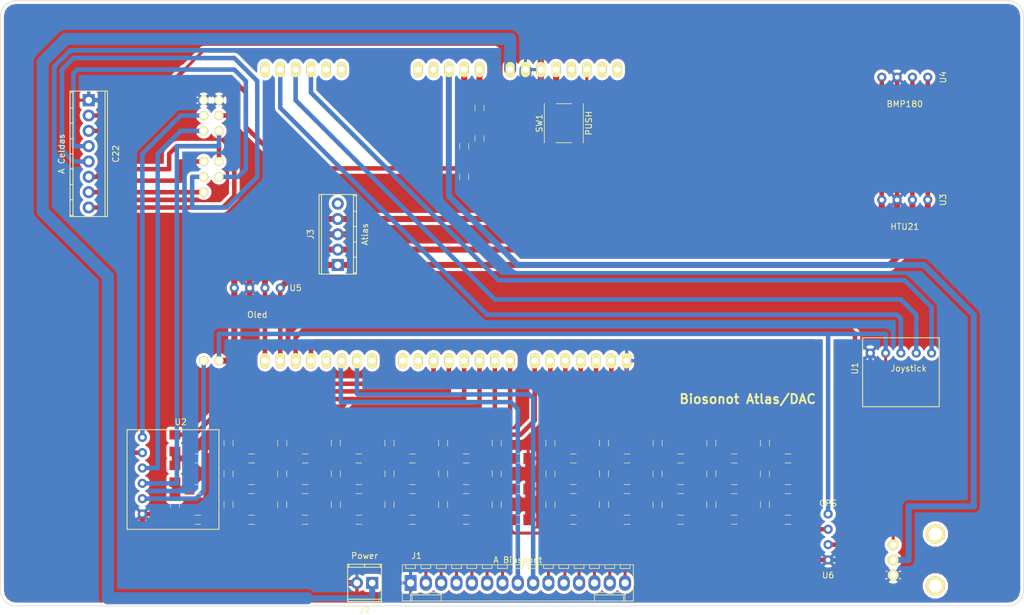
<source format=kicad_pcb>
(kicad_pcb (version 4) (host pcbnew 4.0.6)
  (layers (0 T.Cu mixed) (31 B.Cu mixed) (34 B.Paste user) (35 F.Paste user) (36 B.SilkS user) (37 F.SilkS user) (38 B.Mask user) (39 F.Mask user) (44 Edge.Cuts user))
  (net 0 "")
  (net 1 GND)
  (net 2 VCC)
  (net 3 "Net-(C22-Pad4)")
  (net 4 "Net-(C22-Pad2)")
  (net 5 "Net-(C22-Pad3)")
  (net 6 "Net-(C22-Pad5)")
  (net 7 "Net-(C22-Pad6)")
  (net 8 "Net-(C22-Pad7)")
  (net 9 "Net-(C22-Pad8)")
  (net 10 "Net-(C23-Pad2)")
  (net 11 "Net-(C24-Pad2)")
  (net 12 "Net-(C25-Pad2)")
  (net 13 "Net-(C26-Pad2)")
  (net 14 "Net-(C27-Pad2)")
  (net 15 "Net-(C28-Pad2)")
  (net 16 "Net-(C29-Pad2)")
  (net 17 "Net-(C30-Pad2)")
  (net 18 "Net-(C31-Pad2)")
  (net 19 "Net-(C32-Pad2)")
  (net 20 "Net-(C33-Pad2)")
  (net 21 "Net-(C34-Pad2)")
  (net 22 "Net-(C35-Pad2)")
  (net 23 "Net-(C36-Pad2)")
  (net 24 "Net-(C37-Pad2)")
  (net 25 "Net-(C38-Pad2)")
  (net 26 "Net-(C39-Pad2)")
  (net 27 "Net-(C40-Pad2)")
  (net 28 "Net-(C41-Pad2)")
  (net 29 "Net-(C42-Pad2)")
  (net 30 "Net-(C43-Pad2)")
  (net 31 "Net-(C44-Pad2)")
  (net 32 "Net-(C45-Pad2)")
  (net 33 "Net-(C46-Pad2)")
  (net 34 "Net-(C47-Pad2)")
  (net 35 "Net-(C48-Pad2)")
  (net 36 "Net-(C49-Pad2)")
  (net 37 "Net-(C50-Pad2)")
  (net 38 "Net-(C51-Pad2)")
  (net 39 "Net-(C52-Pad2)")
  (net 40 "Net-(C53-Pad2)")
  (net 41 "Net-(C54-Pad2)")
  (net 42 "Net-(C55-Pad2)")
  (net 43 "Net-(C56-Pad2)")
  (net 44 "Net-(C57-Pad2)")
  (net 45 "Net-(C58-Pad2)")
  (net 46 "Net-(J1-Pad8)")
  (net 47 "Net-(J1-Pad9)")
  (net 48 "Net-(R1-Pad2)")
  (net 49 "Net-(R5-Pad1)")
  (net 50 "Net-(R9-Pad2)")
  (net 51 "Net-(R11-Pad2)")
  (net 52 "Net-(R21-Pad2)")
  (net 53 "Net-(R22-Pad2)")
  (net 54 "Net-(R27-Pad2)")
  (net 55 "Net-(R28-Pad2)")
  (net 56 "Net-(R33-Pad2)")
  (net 57 "Net-(R34-Pad2)")
  (net 58 "Net-(R39-Pad2)")
  (net 59 "Net-(R40-Pad2)")
  (net 60 "Net-(R45-Pad2)")
  (net 61 "Net-(R46-Pad2)")
  (net 62 "Net-(RV1-Pad2)")
  (net 63 "Net-(SHIELD1-Pad14)")
  (net 64 "Net-(SHIELD1-Pad17)")
  (net 65 "Net-(SHIELD1-Pad18)")
  (net 66 "Net-(SHIELD1-Pad19)")
  (net 67 "Net-(SHIELD1-PadAD13)")
  (net 68 "Net-(SHIELD1-PadAD12)")
  (net 69 "Net-(SHIELD1-PadAD8)")
  (net 70 "Net-(SHIELD1-PadAD9)")
  (net 71 "Net-(SHIELD1-PadAD10)")
  (net 72 "Net-(SHIELD1-PadAD11)")
  (net 73 "Net-(SHIELD1-PadAD4)")
  (net 74 "Net-(SHIELD1-PadAD3)")
  (net 75 "Net-(SHIELD1-Pad3V3)")
  (net 76 "Net-(SHIELD1-PadRST)")
  (net 77 "Net-(SHIELD1-Pad0)")
  (net 78 "Net-(SHIELD1-Pad1)")
  (net 79 "Net-(SHIELD1-Pad50)")
  (net 80 "Net-(SHIELD1-Pad51)")
  (net 81 "Net-(SHIELD1-Pad52)")
  (net 82 "Net-(SHIELD1-Pad53)")
  (net 83 "Net-(SHIELD1-PadIO_R)")
  (net 84 "Net-(SHIELD1-PadNC)")
  (net 85 "Net-(J2-Pad1)")
  (net 86 "Net-(J3-Pad1)")
  (net 87 "Net-(J3-Pad2)")
  (net 88 "Net-(J3-Pad5)")
  (module biosonot:MEGA_SHIELD_biosonot (layer T.Cu) (at 153.67 38.1 180)
    (fp_text reference "Biosonot Atlas/DAC" (at 6.35 -57.15 180) (layer F.SilkS) (effects (font (thickness 0.3048))))
    (fp_text value ARDUINO_MEGA_SHIELD hide)
    (pad 14 thru_hole oval (at 68.58 -50.8 270) (size 2.54 1.524) (drill 1.016) (layers *.Cu *.Mask F.SilkS) (net 63 "Net-(SHIELD1-Pad14)"))
    (pad 15 thru_hole oval (at 71.12 -50.8 270) (size 2.54 1.524) (drill 1.016) (layers *.Cu *.Mask F.SilkS) (net 47 "Net-(J1-Pad9)"))
    (pad 16 thru_hole oval (at 73.66 -50.8 270) (size 2.54 1.524) (drill 1.016) (layers *.Cu *.Mask F.SilkS) (net 46 "Net-(J1-Pad8)"))
    (pad 17 thru_hole oval (at 76.2 -50.8 270) (size 2.54 1.524) (drill 1.016) (layers *.Cu *.Mask F.SilkS) (net 64 "Net-(SHIELD1-Pad17)"))
    (pad 18 thru_hole oval (at 78.74 -50.8 270) (size 2.54 1.524) (drill 1.016) (layers *.Cu *.Mask F.SilkS) (net 65 "Net-(SHIELD1-Pad18)"))
    (pad 19 thru_hole oval (at 81.28 -50.8 270) (size 2.54 1.524) (drill 1.016) (layers *.Cu *.Mask F.SilkS) (net 66 "Net-(SHIELD1-Pad19)"))
    (pad 20 thru_hole oval (at 83.82 -50.8 270) (size 2.54 1.524) (drill 1.016) (layers *.Cu *.Mask F.SilkS) (net 86 "Net-(J3-Pad1)"))
    (pad 21 thru_hole oval (at 86.36 -50.8 270) (size 2.54 1.524) (drill 1.016) (layers *.Cu *.Mask F.SilkS) (net 87 "Net-(J3-Pad2)"))
    (pad AD13 thru_hole oval (at 86.36 -2.54 270) (size 2.54 1.524) (drill 1.016) (layers *.Cu *.Mask F.SilkS) (net 67 "Net-(SHIELD1-PadAD13)"))
    (pad AD12 thru_hole oval (at 83.82 -2.54 270) (size 2.54 1.524) (drill 1.016) (layers *.Cu *.Mask F.SilkS) (net 68 "Net-(SHIELD1-PadAD12)"))
    (pad AD8 thru_hole oval (at 73.66 -2.54 270) (size 2.54 1.524) (drill 1.016) (layers *.Cu *.Mask F.SilkS) (net 69 "Net-(SHIELD1-PadAD8)"))
    (pad AD9 thru_hole oval (at 76.2 -2.54 270) (size 2.54 1.524) (drill 1.016) (layers *.Cu *.Mask F.SilkS) (net 70 "Net-(SHIELD1-PadAD9)"))
    (pad AD10 thru_hole oval (at 78.74 -2.54 270) (size 2.54 1.524) (drill 1.016) (layers *.Cu *.Mask F.SilkS) (net 71 "Net-(SHIELD1-PadAD10)"))
    (pad AD11 thru_hole oval (at 81.28 -2.54 270) (size 2.54 1.524) (drill 1.016) (layers *.Cu *.Mask F.SilkS) (net 72 "Net-(SHIELD1-PadAD11)"))
    (pad AD4 thru_hole oval (at 60.96 -2.54 270) (size 2.54 1.524) (drill 1.016) (layers *.Cu *.Mask F.SilkS) (net 73 "Net-(SHIELD1-PadAD4)"))
    (pad AD3 thru_hole oval (at 58.42 -2.54 270) (size 2.54 1.524) (drill 1.016) (layers *.Cu *.Mask F.SilkS) (net 74 "Net-(SHIELD1-PadAD3)"))
    (pad AD0 thru_hole oval (at 50.8 -2.54 270) (size 2.54 1.524) (drill 1.016) (layers *.Cu *.Mask F.SilkS) (net 49 "Net-(R5-Pad1)"))
    (pad AD1 thru_hole oval (at 53.34 -2.54 270) (size 2.54 1.524) (drill 1.016) (layers *.Cu *.Mask F.SilkS) (net 48 "Net-(R1-Pad2)"))
    (pad AD2 thru_hole oval (at 55.88 -2.54 270) (size 2.54 1.524) (drill 1.016) (layers *.Cu *.Mask F.SilkS) (net 62 "Net-(RV1-Pad2)"))
    (pad V_IN thru_hole oval (at 45.72 -2.54 270) (size 2.54 1.524) (drill 1.016) (layers *.Cu *.Mask F.SilkS) (net 85 "Net-(J2-Pad1)"))
    (pad GND2 thru_hole oval (at 43.18 -2.54 270) (size 2.54 1.524) (drill 1.016) (layers *.Cu *.Mask F.SilkS) (net 1 GND))
    (pad GND1 thru_hole oval (at 40.64 -2.54 270) (size 2.54 1.524) (drill 1.016) (layers *.Cu *.Mask F.SilkS) (net 1 GND))
    (pad 3V3 thru_hole oval (at 35.56 -2.54 270) (size 2.54 1.524) (drill 1.016) (layers *.Cu *.Mask F.SilkS) (net 75 "Net-(SHIELD1-Pad3V3)"))
    (pad RST thru_hole oval (at 33.02 -2.54 270) (size 2.54 1.524) (drill 1.016) (layers *.Cu *.Mask F.SilkS) (net 76 "Net-(SHIELD1-PadRST)"))
    (pad 0 thru_hole oval (at 63.5 -50.8 270) (size 2.54 1.524) (drill 1.016) (layers *.Cu *.Mask F.SilkS) (net 77 "Net-(SHIELD1-Pad0)"))
    (pad 1 thru_hole oval (at 60.96 -50.8 270) (size 2.54 1.524) (drill 1.016) (layers *.Cu *.Mask F.SilkS) (net 78 "Net-(SHIELD1-Pad1)"))
    (pad 2 thru_hole oval (at 58.42 -50.8 270) (size 2.54 1.524) (drill 1.016) (layers *.Cu *.Mask F.SilkS) (net 61 "Net-(R46-Pad2)"))
    (pad 3 thru_hole oval (at 55.88 -50.8 270) (size 2.54 1.524) (drill 1.016) (layers *.Cu *.Mask F.SilkS) (net 59 "Net-(R40-Pad2)"))
    (pad 4 thru_hole oval (at 53.34 -50.8 270) (size 2.54 1.524) (drill 1.016) (layers *.Cu *.Mask F.SilkS) (net 57 "Net-(R34-Pad2)"))
    (pad 5 thru_hole oval (at 50.8 -50.8 270) (size 2.54 1.524) (drill 1.016) (layers *.Cu *.Mask F.SilkS) (net 55 "Net-(R28-Pad2)"))
    (pad 6 thru_hole oval (at 48.26 -50.8 270) (size 2.54 1.524) (drill 1.016) (layers *.Cu *.Mask F.SilkS) (net 53 "Net-(R22-Pad2)"))
    (pad 7 thru_hole oval (at 45.72 -50.8 270) (size 2.54 1.524) (drill 1.016) (layers *.Cu *.Mask F.SilkS) (net 51 "Net-(R11-Pad2)"))
    (pad 8 thru_hole oval (at 41.656 -50.8 270) (size 2.54 1.524) (drill 1.016) (layers *.Cu *.Mask F.SilkS) (net 60 "Net-(R45-Pad2)"))
    (pad 9 thru_hole oval (at 39.116 -50.8 270) (size 2.54 1.524) (drill 1.016) (layers *.Cu *.Mask F.SilkS) (net 58 "Net-(R39-Pad2)"))
    (pad 10 thru_hole oval (at 36.576 -50.8 270) (size 2.54 1.524) (drill 1.016) (layers *.Cu *.Mask F.SilkS) (net 56 "Net-(R33-Pad2)"))
    (pad 11 thru_hole oval (at 34.036 -50.8 270) (size 2.54 1.524) (drill 1.016) (layers *.Cu *.Mask F.SilkS) (net 54 "Net-(R27-Pad2)"))
    (pad 12 thru_hole oval (at 31.496 -50.8 270) (size 2.54 1.524) (drill 1.016) (layers *.Cu *.Mask F.SilkS) (net 52 "Net-(R21-Pad2)"))
    (pad 13 thru_hole oval (at 28.956 -50.8 270) (size 2.54 1.524) (drill 1.016) (layers *.Cu *.Mask F.SilkS) (net 50 "Net-(R9-Pad2)"))
    (pad GND3 thru_hole oval (at 26.416 -50.8 270) (size 2.54 1.524) (drill 1.016) (layers *.Cu *.Mask F.SilkS) (net 1 GND))
    (pad 5V thru_hole oval (at 38.1 -2.54 270) (size 2.54 1.524) (drill 1.016) (layers *.Cu *.Mask F.SilkS) (net 2 VCC))
    (pad 5V_4 thru_hole circle (at 93.98 -50.8 180) (size 1.524 1.524) (drill 1.016) (layers *.Cu *.Mask F.SilkS) (net 2 VCC))
    (pad 5V_5 thru_hole circle (at 96.52 -50.8 180) (size 1.524 1.524) (drill 1.016) (layers *.Cu *.Mask F.SilkS) (net 2 VCC))
    (pad 43 thru_hole circle (at 96.52 -22.86 180) (size 1.524 1.524) (drill 1.016) (layers *.Cu *.Mask F.SilkS) (net 9 "Net-(C22-Pad8)"))
    (pad 44 thru_hole circle (at 93.98 -20.32 180) (size 1.524 1.524) (drill 1.016) (layers *.Cu *.Mask F.SilkS) (net 3 "Net-(C22-Pad4)"))
    (pad 45 thru_hole circle (at 96.52 -20.32 180) (size 1.524 1.524) (drill 1.016) (layers *.Cu *.Mask F.SilkS) (net 6 "Net-(C22-Pad5)"))
    (pad 46 thru_hole circle (at 93.98 -17.78 180) (size 1.524 1.524) (drill 1.016) (layers *.Cu *.Mask F.SilkS) (net 7 "Net-(C22-Pad6)"))
    (pad 47 thru_hole circle (at 96.52 -17.78 180) (size 1.524 1.524) (drill 1.016) (layers *.Cu *.Mask F.SilkS) (net 8 "Net-(C22-Pad7)"))
    (pad 50 thru_hole circle (at 93.98 -12.7 180) (size 1.524 1.524) (drill 1.016) (layers *.Cu *.Mask F.SilkS) (net 79 "Net-(SHIELD1-Pad50)"))
    (pad 51 thru_hole circle (at 96.52 -12.7 180) (size 1.524 1.524) (drill 1.016) (layers *.Cu *.Mask F.SilkS) (net 80 "Net-(SHIELD1-Pad51)"))
    (pad 52 thru_hole circle (at 93.98 -10.16 180) (size 1.524 1.524) (drill 1.016) (layers *.Cu *.Mask F.SilkS) (net 81 "Net-(SHIELD1-Pad52)"))
    (pad 53 thru_hole circle (at 96.52 -10.16 180) (size 1.524 1.524) (drill 1.016) (layers *.Cu *.Mask F.SilkS) (net 82 "Net-(SHIELD1-Pad53)"))
    (pad GND4 thru_hole circle (at 93.98 -7.62 180) (size 1.524 1.524) (drill 1.016) (layers *.Cu *.Mask F.SilkS) (net 1 GND))
    (pad GND5 thru_hole circle (at 96.52 -7.62 180) (size 1.524 1.524) (drill 1.016) (layers *.Cu *.Mask F.SilkS) (net 1 GND))
    (pad IO_R thru_hole oval (at 30.48 -2.54 270) (size 2.54 1.524) (drill 1.016) (layers *.Cu *.Mask F.SilkS) (net 83 "Net-(SHIELD1-PadIO_R)"))
    (pad NC thru_hole oval (at 27.94 -2.54 270) (size 2.54 1.524) (drill 1.016) (layers *.Cu *.Mask F.SilkS) (net 84 "Net-(SHIELD1-PadNC)"))
  )
  (module Connectors_Molex:Molex_KK-6410-15_15x2.54mm_Straight (layer T.Cu) (at 91.44 125.73)
    (fp_text reference J1 (at 1 -4.5) (layer F.SilkS))
    (fp_text value "A Biosonot" (at 17.78 -3.81) (layer F.SilkS))
    (pad 1 thru_hole rect (at 0 0) (size 2 2.6) (drill 1.2) (layers *.Cu *.Mask) (net 1 GND))
    (pad 2 thru_hole oval (at 2.54 0) (size 2 2.6) (drill 1.2) (layers *.Cu *.Mask) (net 45 "Net-(C58-Pad2)"))
    (pad 3 thru_hole oval (at 5.08 0) (size 2 2.6) (drill 1.2) (layers *.Cu *.Mask) (net 39 "Net-(C52-Pad2)"))
    (pad 4 thru_hole oval (at 7.62 0) (size 2 2.6) (drill 1.2) (layers *.Cu *.Mask) (net 33 "Net-(C46-Pad2)"))
    (pad 5 thru_hole oval (at 10.16 0) (size 2 2.6) (drill 1.2) (layers *.Cu *.Mask) (net 27 "Net-(C40-Pad2)"))
    (pad 6 thru_hole oval (at 12.7 0) (size 2 2.6) (drill 1.2) (layers *.Cu *.Mask) (net 21 "Net-(C34-Pad2)"))
    (pad 7 thru_hole oval (at 15.24 0) (size 2 2.6) (drill 1.2) (layers *.Cu *.Mask) (net 15 "Net-(C28-Pad2)"))
    (pad 8 thru_hole oval (at 17.78 0) (size 2 2.6) (drill 1.2) (layers *.Cu *.Mask) (net 46 "Net-(J1-Pad8)"))
    (pad 9 thru_hole oval (at 20.32 0) (size 2 2.6) (drill 1.2) (layers *.Cu *.Mask) (net 47 "Net-(J1-Pad9)"))
    (pad 10 thru_hole oval (at 22.86 0) (size 2 2.6) (drill 1.2) (layers *.Cu *.Mask) (net 44 "Net-(C57-Pad2)"))
    (pad 11 thru_hole oval (at 25.4 0) (size 2 2.6) (drill 1.2) (layers *.Cu *.Mask) (net 38 "Net-(C51-Pad2)"))
    (pad 12 thru_hole oval (at 27.94 0) (size 2 2.6) (drill 1.2) (layers *.Cu *.Mask) (net 32 "Net-(C45-Pad2)"))
    (pad 13 thru_hole oval (at 30.48 0) (size 2 2.6) (drill 1.2) (layers *.Cu *.Mask) (net 26 "Net-(C39-Pad2)"))
    (pad 14 thru_hole oval (at 33.02 0) (size 2 2.6) (drill 1.2) (layers *.Cu *.Mask) (net 20 "Net-(C33-Pad2)"))
    (pad 15 thru_hole oval (at 35.56 0) (size 2 2.6) (drill 1.2) (layers *.Cu *.Mask) (net 14 "Net-(C27-Pad2)"))
  )
  (module Connectors_Terminal_Blocks:TerminalBlock_Pheonix_MPT-2.54mm_8pol (layer T.Cu) (at 38.1 45.72 270)
    (fp_text reference C22 (at 8.89 -4.50088 270) (layer F.SilkS))
    (fp_text value "A Celdas" (at 8.89 4.50088 270) (layer F.SilkS))
    (pad 4 thru_hole oval (at 7.62 0 90) (size 1.99898 1.99898) (drill 1.09728) (layers *.Cu *.Mask) (net 3 "Net-(C22-Pad4)"))
    (pad 1 thru_hole rect (at 0 0 90) (size 1.99898 1.99898) (drill 1.09728) (layers *.Cu *.Mask) (net 1 GND))
    (pad 2 thru_hole oval (at 2.54 0 90) (size 1.99898 1.99898) (drill 1.09728) (layers *.Cu *.Mask) (net 4 "Net-(C22-Pad2)"))
    (pad 3 thru_hole oval (at 5.08 0 90) (size 1.99898 1.99898) (drill 1.09728) (layers *.Cu *.Mask) (net 5 "Net-(C22-Pad3)"))
    (pad 5 thru_hole oval (at 10.16 0 90) (size 1.99898 1.99898) (drill 1.09728) (layers *.Cu *.Mask) (net 6 "Net-(C22-Pad5)"))
    (pad 6 thru_hole oval (at 12.7 0 90) (size 1.99898 1.99898) (drill 1.09728) (layers *.Cu *.Mask) (net 7 "Net-(C22-Pad6)"))
    (pad 7 thru_hole oval (at 15.24 0 90) (size 1.99898 1.99898) (drill 1.09728) (layers *.Cu *.Mask) (net 8 "Net-(C22-Pad7)"))
    (pad 8 thru_hole oval (at 17.78 0 90) (size 1.99898 1.99898) (drill 1.09728) (layers *.Cu *.Mask) (net 9 "Net-(C22-Pad8)"))
  )
  (module biosonot:1206 (layer T.Cu) (at 153.9875 105.0925 180)
    (fp_text reference C23)
    (fp_text value 0.1nF hide)
    (pad 1 smd rect (at -1.39954 0 180) (size 1.59766 1.79832) (layers T.Cu F.Paste F.Mask) (net 1 GND))
    (pad 2 smd rect (at 1.39954 0 180) (size 1.59766 1.79832) (layers T.Cu F.Paste F.Mask) (net 10 "Net-(C23-Pad2)"))
  )
  (module biosonot:1206 (layer T.Cu) (at 100.6475 105.0925 180)
    (fp_text reference C24)
    (fp_text value 0.1nF hide)
    (pad 1 smd rect (at -1.39954 0 180) (size 1.59766 1.79832) (layers T.Cu F.Paste F.Mask) (net 1 GND))
    (pad 2 smd rect (at 1.39954 0 180) (size 1.59766 1.79832) (layers T.Cu F.Paste F.Mask) (net 11 "Net-(C24-Pad2)"))
  )
  (module biosonot:1206 (layer T.Cu) (at 153.9875 110.1725 180)
    (fp_text reference C25)
    (fp_text value 0.1nF hide)
    (pad 1 smd rect (at -1.39954 0 180) (size 1.59766 1.79832) (layers T.Cu F.Paste F.Mask) (net 1 GND))
    (pad 2 smd rect (at 1.39954 0 180) (size 1.59766 1.79832) (layers T.Cu F.Paste F.Mask) (net 12 "Net-(C25-Pad2)"))
  )
  (module biosonot:1206 (layer T.Cu) (at 100.6475 110.1725 180)
    (fp_text reference C26)
    (fp_text value 0.1nF hide)
    (pad 1 smd rect (at -1.39954 0 180) (size 1.59766 1.79832) (layers T.Cu F.Paste F.Mask) (net 1 GND))
    (pad 2 smd rect (at 1.39954 0 180) (size 1.59766 1.79832) (layers T.Cu F.Paste F.Mask) (net 13 "Net-(C26-Pad2)"))
  )
  (module biosonot:1206 (layer T.Cu) (at 153.9875 115.2525 180)
    (fp_text reference C27)
    (fp_text value 0.1nF hide)
    (pad 1 smd rect (at -1.39954 0 180) (size 1.59766 1.79832) (layers T.Cu F.Paste F.Mask) (net 1 GND))
    (pad 2 smd rect (at 1.39954 0 180) (size 1.59766 1.79832) (layers T.Cu F.Paste F.Mask) (net 14 "Net-(C27-Pad2)"))
  )
  (module biosonot:1206 (layer T.Cu) (at 100.6475 115.2525 180)
    (fp_text reference C28)
    (fp_text value 0.1nF hide)
    (pad 1 smd rect (at -1.39954 0 180) (size 1.59766 1.79832) (layers T.Cu F.Paste F.Mask) (net 1 GND))
    (pad 2 smd rect (at 1.39954 0 180) (size 1.59766 1.79832) (layers T.Cu F.Paste F.Mask) (net 15 "Net-(C28-Pad2)"))
  )
  (module biosonot:1206 (layer T.Cu) (at 145.0975 105.0925 180)
    (fp_text reference C29)
    (fp_text value 0.1nF hide)
    (pad 1 smd rect (at -1.39954 0 180) (size 1.59766 1.79832) (layers T.Cu F.Paste F.Mask) (net 1 GND))
    (pad 2 smd rect (at 1.39954 0 180) (size 1.59766 1.79832) (layers T.Cu F.Paste F.Mask) (net 16 "Net-(C29-Pad2)"))
  )
  (module biosonot:1206 (layer T.Cu) (at 91.7575 105.0925 180)
    (fp_text reference C30)
    (fp_text value 0.1nF hide)
    (pad 1 smd rect (at -1.39954 0 180) (size 1.59766 1.79832) (layers T.Cu F.Paste F.Mask) (net 1 GND))
    (pad 2 smd rect (at 1.39954 0 180) (size 1.59766 1.79832) (layers T.Cu F.Paste F.Mask) (net 17 "Net-(C30-Pad2)"))
  )
  (module biosonot:1206 (layer T.Cu) (at 145.0975 110.1725 180)
    (fp_text reference C31)
    (fp_text value 0.1nF hide)
    (pad 1 smd rect (at -1.39954 0 180) (size 1.59766 1.79832) (layers T.Cu F.Paste F.Mask) (net 1 GND))
    (pad 2 smd rect (at 1.39954 0 180) (size 1.59766 1.79832) (layers T.Cu F.Paste F.Mask) (net 18 "Net-(C31-Pad2)"))
  )
  (module biosonot:1206 (layer T.Cu) (at 91.7575 110.1725 180)
    (fp_text reference C32)
    (fp_text value 0.1nF hide)
    (pad 1 smd rect (at -1.39954 0 180) (size 1.59766 1.79832) (layers T.Cu F.Paste F.Mask) (net 1 GND))
    (pad 2 smd rect (at 1.39954 0 180) (size 1.59766 1.79832) (layers T.Cu F.Paste F.Mask) (net 19 "Net-(C32-Pad2)"))
  )
  (module biosonot:1206 (layer T.Cu) (at 145.0975 115.2525 180)
    (fp_text reference C33)
    (fp_text value 0.1nF hide)
    (pad 1 smd rect (at -1.39954 0 180) (size 1.59766 1.79832) (layers T.Cu F.Paste F.Mask) (net 1 GND))
    (pad 2 smd rect (at 1.39954 0 180) (size 1.59766 1.79832) (layers T.Cu F.Paste F.Mask) (net 20 "Net-(C33-Pad2)"))
  )
  (module biosonot:1206 (layer T.Cu) (at 91.7575 115.2525 180)
    (fp_text reference C34)
    (fp_text value 0.1nF hide)
    (pad 1 smd rect (at -1.39954 0 180) (size 1.59766 1.79832) (layers T.Cu F.Paste F.Mask) (net 1 GND))
    (pad 2 smd rect (at 1.39954 0 180) (size 1.59766 1.79832) (layers T.Cu F.Paste F.Mask) (net 21 "Net-(C34-Pad2)"))
  )
  (module biosonot:1206 (layer T.Cu) (at 136.2075 105.0925 180)
    (fp_text reference C35)
    (fp_text value 0.1nF hide)
    (pad 1 smd rect (at -1.39954 0 180) (size 1.59766 1.79832) (layers T.Cu F.Paste F.Mask) (net 1 GND))
    (pad 2 smd rect (at 1.39954 0 180) (size 1.59766 1.79832) (layers T.Cu F.Paste F.Mask) (net 22 "Net-(C35-Pad2)"))
  )
  (module biosonot:1206 (layer T.Cu) (at 82.8675 105.0925 180)
    (fp_text reference C36)
    (fp_text value 0.1nF hide)
    (pad 1 smd rect (at -1.39954 0 180) (size 1.59766 1.79832) (layers T.Cu F.Paste F.Mask) (net 1 GND))
    (pad 2 smd rect (at 1.39954 0 180) (size 1.59766 1.79832) (layers T.Cu F.Paste F.Mask) (net 23 "Net-(C36-Pad2)"))
  )
  (module biosonot:1206 (layer T.Cu) (at 136.2075 110.1725 180)
    (fp_text reference C37)
    (fp_text value 0.1nF hide)
    (pad 1 smd rect (at -1.39954 0 180) (size 1.59766 1.79832) (layers T.Cu F.Paste F.Mask) (net 1 GND))
    (pad 2 smd rect (at 1.39954 0 180) (size 1.59766 1.79832) (layers T.Cu F.Paste F.Mask) (net 24 "Net-(C37-Pad2)"))
  )
  (module biosonot:1206 (layer T.Cu) (at 82.8675 110.1725 180)
    (fp_text reference C38)
    (fp_text value 0.1nF hide)
    (pad 1 smd rect (at -1.39954 0 180) (size 1.59766 1.79832) (layers T.Cu F.Paste F.Mask) (net 1 GND))
    (pad 2 smd rect (at 1.39954 0 180) (size 1.59766 1.79832) (layers T.Cu F.Paste F.Mask) (net 25 "Net-(C38-Pad2)"))
  )
  (module biosonot:1206 (layer T.Cu) (at 136.2075 115.2525 180)
    (fp_text reference C39)
    (fp_text value 0.1nF hide)
    (pad 1 smd rect (at -1.39954 0 180) (size 1.59766 1.79832) (layers T.Cu F.Paste F.Mask) (net 1 GND))
    (pad 2 smd rect (at 1.39954 0 180) (size 1.59766 1.79832) (layers T.Cu F.Paste F.Mask) (net 26 "Net-(C39-Pad2)"))
  )
  (module biosonot:1206 (layer T.Cu) (at 82.8675 115.2525 180)
    (fp_text reference C40)
    (fp_text value 0.1nF hide)
    (pad 1 smd rect (at -1.39954 0 180) (size 1.59766 1.79832) (layers T.Cu F.Paste F.Mask) (net 1 GND))
    (pad 2 smd rect (at 1.39954 0 180) (size 1.59766 1.79832) (layers T.Cu F.Paste F.Mask) (net 27 "Net-(C40-Pad2)"))
  )
  (module biosonot:1206 (layer T.Cu) (at 127.3175 105.0925 180)
    (fp_text reference C41)
    (fp_text value 0.1nF hide)
    (pad 1 smd rect (at -1.39954 0 180) (size 1.59766 1.79832) (layers T.Cu F.Paste F.Mask) (net 1 GND))
    (pad 2 smd rect (at 1.39954 0 180) (size 1.59766 1.79832) (layers T.Cu F.Paste F.Mask) (net 28 "Net-(C41-Pad2)"))
  )
  (module biosonot:1206 (layer T.Cu) (at 73.9775 105.0925 180)
    (fp_text reference C42)
    (fp_text value 0.1nF hide)
    (pad 1 smd rect (at -1.39954 0 180) (size 1.59766 1.79832) (layers T.Cu F.Paste F.Mask) (net 1 GND))
    (pad 2 smd rect (at 1.39954 0 180) (size 1.59766 1.79832) (layers T.Cu F.Paste F.Mask) (net 29 "Net-(C42-Pad2)"))
  )
  (module biosonot:1206 (layer T.Cu) (at 127.3175 110.1725 180)
    (fp_text reference C43)
    (fp_text value 0.1nF hide)
    (pad 1 smd rect (at -1.39954 0 180) (size 1.59766 1.79832) (layers T.Cu F.Paste F.Mask) (net 1 GND))
    (pad 2 smd rect (at 1.39954 0 180) (size 1.59766 1.79832) (layers T.Cu F.Paste F.Mask) (net 30 "Net-(C43-Pad2)"))
  )
  (module biosonot:1206 (layer T.Cu) (at 73.9775 110.1725 180)
    (fp_text reference C44)
    (fp_text value 0.1nF hide)
    (pad 1 smd rect (at -1.39954 0 180) (size 1.59766 1.79832) (layers T.Cu F.Paste F.Mask) (net 1 GND))
    (pad 2 smd rect (at 1.39954 0 180) (size 1.59766 1.79832) (layers T.Cu F.Paste F.Mask) (net 31 "Net-(C44-Pad2)"))
  )
  (module biosonot:1206 (layer T.Cu) (at 127.3175 115.2525 180)
    (fp_text reference C45)
    (fp_text value 0.1nF hide)
    (pad 1 smd rect (at -1.39954 0 180) (size 1.59766 1.79832) (layers T.Cu F.Paste F.Mask) (net 1 GND))
    (pad 2 smd rect (at 1.39954 0 180) (size 1.59766 1.79832) (layers T.Cu F.Paste F.Mask) (net 32 "Net-(C45-Pad2)"))
  )
  (module biosonot:1206 (layer T.Cu) (at 73.9775 115.2525 180)
    (fp_text reference C46)
    (fp_text value 0.1nF hide)
    (pad 1 smd rect (at -1.39954 0 180) (size 1.59766 1.79832) (layers T.Cu F.Paste F.Mask) (net 1 GND))
    (pad 2 smd rect (at 1.39954 0 180) (size 1.59766 1.79832) (layers T.Cu F.Paste F.Mask) (net 33 "Net-(C46-Pad2)"))
  )
  (module biosonot:1206 (layer T.Cu) (at 118.4275 105.0925 180)
    (fp_text reference C47)
    (fp_text value 0.1nF hide)
    (pad 1 smd rect (at -1.39954 0 180) (size 1.59766 1.79832) (layers T.Cu F.Paste F.Mask) (net 1 GND))
    (pad 2 smd rect (at 1.39954 0 180) (size 1.59766 1.79832) (layers T.Cu F.Paste F.Mask) (net 34 "Net-(C47-Pad2)"))
  )
  (module biosonot:1206 (layer T.Cu) (at 65.0875 105.0925 180)
    (fp_text reference C48)
    (fp_text value 0.1nF hide)
    (pad 1 smd rect (at -1.39954 0 180) (size 1.59766 1.79832) (layers T.Cu F.Paste F.Mask) (net 1 GND))
    (pad 2 smd rect (at 1.39954 0 180) (size 1.59766 1.79832) (layers T.Cu F.Paste F.Mask) (net 35 "Net-(C48-Pad2)"))
  )
  (module biosonot:1206 (layer T.Cu) (at 118.4275 110.1725 180)
    (fp_text reference C49)
    (fp_text value 0.1nF hide)
    (pad 1 smd rect (at -1.39954 0 180) (size 1.59766 1.79832) (layers T.Cu F.Paste F.Mask) (net 1 GND))
    (pad 2 smd rect (at 1.39954 0 180) (size 1.59766 1.79832) (layers T.Cu F.Paste F.Mask) (net 36 "Net-(C49-Pad2)"))
  )
  (module biosonot:1206 (layer T.Cu) (at 65.0875 110.1725 180)
    (fp_text reference C50)
    (fp_text value 0.1nF hide)
    (pad 1 smd rect (at -1.39954 0 180) (size 1.59766 1.79832) (layers T.Cu F.Paste F.Mask) (net 1 GND))
    (pad 2 smd rect (at 1.39954 0 180) (size 1.59766 1.79832) (layers T.Cu F.Paste F.Mask) (net 37 "Net-(C50-Pad2)"))
  )
  (module biosonot:1206 (layer T.Cu) (at 118.4275 115.2525 180)
    (fp_text reference C51)
    (fp_text value 0.1nF hide)
    (pad 1 smd rect (at -1.39954 0 180) (size 1.59766 1.79832) (layers T.Cu F.Paste F.Mask) (net 1 GND))
    (pad 2 smd rect (at 1.39954 0 180) (size 1.59766 1.79832) (layers T.Cu F.Paste F.Mask) (net 38 "Net-(C51-Pad2)"))
  )
  (module biosonot:1206 (layer T.Cu) (at 65.0875 115.2525 180)
    (fp_text reference C52)
    (fp_text value 0.1nF hide)
    (pad 1 smd rect (at -1.39954 0 180) (size 1.59766 1.79832) (layers T.Cu F.Paste F.Mask) (net 1 GND))
    (pad 2 smd rect (at 1.39954 0 180) (size 1.59766 1.79832) (layers T.Cu F.Paste F.Mask) (net 39 "Net-(C52-Pad2)"))
  )
  (module biosonot:1206 (layer T.Cu) (at 109.5375 105.0925 180)
    (fp_text reference C53)
    (fp_text value 0.1nF hide)
    (pad 1 smd rect (at -1.39954 0 180) (size 1.59766 1.79832) (layers T.Cu F.Paste F.Mask) (net 1 GND))
    (pad 2 smd rect (at 1.39954 0 180) (size 1.59766 1.79832) (layers T.Cu F.Paste F.Mask) (net 40 "Net-(C53-Pad2)"))
  )
  (module biosonot:1206 (layer T.Cu) (at 56.1975 105.0925 180)
    (fp_text reference C54)
    (fp_text value 0.1nF hide)
    (pad 1 smd rect (at -1.39954 0 180) (size 1.59766 1.79832) (layers T.Cu F.Paste F.Mask) (net 1 GND))
    (pad 2 smd rect (at 1.39954 0 180) (size 1.59766 1.79832) (layers T.Cu F.Paste F.Mask) (net 41 "Net-(C54-Pad2)"))
  )
  (module biosonot:1206 (layer T.Cu) (at 109.5375 110.1725 180)
    (fp_text reference C55)
    (fp_text value 0.1nF hide)
    (pad 1 smd rect (at -1.39954 0 180) (size 1.59766 1.79832) (layers T.Cu F.Paste F.Mask) (net 1 GND))
    (pad 2 smd rect (at 1.39954 0 180) (size 1.59766 1.79832) (layers T.Cu F.Paste F.Mask) (net 42 "Net-(C55-Pad2)"))
  )
  (module biosonot:1206 (layer T.Cu) (at 56.1975 110.1725 180)
    (fp_text reference C56)
    (fp_text value 0.1nF hide)
    (pad 1 smd rect (at -1.39954 0 180) (size 1.59766 1.79832) (layers T.Cu F.Paste F.Mask) (net 1 GND))
    (pad 2 smd rect (at 1.39954 0 180) (size 1.59766 1.79832) (layers T.Cu F.Paste F.Mask) (net 43 "Net-(C56-Pad2)"))
  )
  (module biosonot:1206 (layer T.Cu) (at 109.5375 115.2525 180)
    (fp_text reference C57)
    (fp_text value 0.1nF hide)
    (pad 1 smd rect (at -1.39954 0 180) (size 1.59766 1.79832) (layers T.Cu F.Paste F.Mask) (net 1 GND))
    (pad 2 smd rect (at 1.39954 0 180) (size 1.59766 1.79832) (layers T.Cu F.Paste F.Mask) (net 44 "Net-(C57-Pad2)"))
  )
  (module biosonot:1206 (layer T.Cu) (at 56.1975 115.2525 180)
    (fp_text reference C58)
    (fp_text value 0.1nF hide)
    (pad 1 smd rect (at -1.39954 0 180) (size 1.59766 1.79832) (layers T.Cu F.Paste F.Mask) (net 1 GND))
    (pad 2 smd rect (at 1.39954 0 180) (size 1.59766 1.79832) (layers T.Cu F.Paste F.Mask) (net 45 "Net-(C58-Pad2)"))
  )
  (module biosonot:1206 (layer T.Cu) (at 100.33 53.34 90)
    (fp_text reference R1)
    (fp_text value 10KΩ hide)
    (pad 1 smd rect (at -1.39954 0 90) (size 1.59766 1.79832) (layers T.Cu F.Paste F.Mask) (net 5 "Net-(C22-Pad3)"))
    (pad 2 smd rect (at 1.39954 0 90) (size 1.59766 1.79832) (layers T.Cu F.Paste F.Mask) (net 48 "Net-(R1-Pad2)"))
  )
  (module biosonot:1206 (layer T.Cu) (at 100.33 58.42 90)
    (fp_text reference R3)
    (fp_text value 100KΩ hide)
    (pad 1 smd rect (at -1.39954 0 90) (size 1.59766 1.79832) (layers T.Cu F.Paste F.Mask) (net 1 GND))
    (pad 2 smd rect (at 1.39954 0 90) (size 1.59766 1.79832) (layers T.Cu F.Paste F.Mask) (net 5 "Net-(C22-Pad3)"))
  )
  (module biosonot:1206 (layer T.Cu) (at 102.87 46.99 270)
    (fp_text reference R5)
    (fp_text value 10KΩR hide)
    (pad 1 smd rect (at -1.39954 0 270) (size 1.59766 1.79832) (layers T.Cu F.Paste F.Mask) (net 49 "Net-(R5-Pad1)"))
    (pad 2 smd rect (at 1.39954 0 270) (size 1.59766 1.79832) (layers T.Cu F.Paste F.Mask) (net 4 "Net-(C22-Pad2)"))
  )
  (module biosonot:1206 (layer T.Cu) (at 102.87 52.07 90)
    (fp_text reference R7)
    (fp_text value 100KΩ hide)
    (pad 1 smd rect (at -1.39954 0 90) (size 1.59766 1.79832) (layers T.Cu F.Paste F.Mask) (net 1 GND))
    (pad 2 smd rect (at 1.39954 0 90) (size 1.59766 1.79832) (layers T.Cu F.Paste F.Mask) (net 4 "Net-(C22-Pad2)"))
  )
  (module biosonot:1206 (layer T.Cu) (at 150.1775 102.5525 90)
    (fp_text reference R9)
    (fp_text value 47Ω hide)
    (pad 1 smd rect (at -1.39954 0 90) (size 1.59766 1.79832) (layers T.Cu F.Paste F.Mask) (net 10 "Net-(C23-Pad2)"))
    (pad 2 smd rect (at 1.39954 0 90) (size 1.59766 1.79832) (layers T.Cu F.Paste F.Mask) (net 50 "Net-(R9-Pad2)"))
  )
  (module biosonot:1206 (layer T.Cu) (at 96.8375 102.5525 90)
    (fp_text reference R11)
    (fp_text value 47Ω hide)
    (pad 1 smd rect (at -1.39954 0 90) (size 1.59766 1.79832) (layers T.Cu F.Paste F.Mask) (net 11 "Net-(C24-Pad2)"))
    (pad 2 smd rect (at 1.39954 0 90) (size 1.59766 1.79832) (layers T.Cu F.Paste F.Mask) (net 51 "Net-(R11-Pad2)"))
  )
  (module biosonot:1206 (layer T.Cu) (at 150.1775 107.6325 90)
    (fp_text reference R13)
    (fp_text value 47Ω hide)
    (pad 1 smd rect (at -1.39954 0 90) (size 1.59766 1.79832) (layers T.Cu F.Paste F.Mask) (net 12 "Net-(C25-Pad2)"))
    (pad 2 smd rect (at 1.39954 0 90) (size 1.59766 1.79832) (layers T.Cu F.Paste F.Mask) (net 10 "Net-(C23-Pad2)"))
  )
  (module biosonot:1206 (layer T.Cu) (at 96.8375 107.6325 90)
    (fp_text reference R15)
    (fp_text value 47Ω hide)
    (pad 1 smd rect (at -1.39954 0 90) (size 1.59766 1.79832) (layers T.Cu F.Paste F.Mask) (net 13 "Net-(C26-Pad2)"))
    (pad 2 smd rect (at 1.39954 0 90) (size 1.59766 1.79832) (layers T.Cu F.Paste F.Mask) (net 11 "Net-(C24-Pad2)"))
  )
  (module biosonot:1206 (layer T.Cu) (at 150.1775 112.7125 90)
    (fp_text reference R17)
    (fp_text value 47Ω hide)
    (pad 1 smd rect (at -1.39954 0 90) (size 1.59766 1.79832) (layers T.Cu F.Paste F.Mask) (net 14 "Net-(C27-Pad2)"))
    (pad 2 smd rect (at 1.39954 0 90) (size 1.59766 1.79832) (layers T.Cu F.Paste F.Mask) (net 12 "Net-(C25-Pad2)"))
  )
  (module biosonot:1206 (layer T.Cu) (at 96.8375 112.7125 90)
    (fp_text reference R20)
    (fp_text value 47Ω hide)
    (pad 1 smd rect (at -1.39954 0 90) (size 1.59766 1.79832) (layers T.Cu F.Paste F.Mask) (net 15 "Net-(C28-Pad2)"))
    (pad 2 smd rect (at 1.39954 0 90) (size 1.59766 1.79832) (layers T.Cu F.Paste F.Mask) (net 13 "Net-(C26-Pad2)"))
  )
  (module biosonot:1206 (layer T.Cu) (at 141.2875 102.5525 90)
    (fp_text reference R21)
    (fp_text value 47Ω hide)
    (pad 1 smd rect (at -1.39954 0 90) (size 1.59766 1.79832) (layers T.Cu F.Paste F.Mask) (net 16 "Net-(C29-Pad2)"))
    (pad 2 smd rect (at 1.39954 0 90) (size 1.59766 1.79832) (layers T.Cu F.Paste F.Mask) (net 52 "Net-(R21-Pad2)"))
  )
  (module biosonot:1206 (layer T.Cu) (at 87.9475 102.5525 90)
    (fp_text reference R22)
    (fp_text value 47Ω hide)
    (pad 1 smd rect (at -1.39954 0 90) (size 1.59766 1.79832) (layers T.Cu F.Paste F.Mask) (net 17 "Net-(C30-Pad2)"))
    (pad 2 smd rect (at 1.39954 0 90) (size 1.59766 1.79832) (layers T.Cu F.Paste F.Mask) (net 53 "Net-(R22-Pad2)"))
  )
  (module biosonot:1206 (layer T.Cu) (at 141.2875 107.6325 90)
    (fp_text reference R23)
    (fp_text value 47Ω hide)
    (pad 1 smd rect (at -1.39954 0 90) (size 1.59766 1.79832) (layers T.Cu F.Paste F.Mask) (net 18 "Net-(C31-Pad2)"))
    (pad 2 smd rect (at 1.39954 0 90) (size 1.59766 1.79832) (layers T.Cu F.Paste F.Mask) (net 16 "Net-(C29-Pad2)"))
  )
  (module biosonot:1206 (layer T.Cu) (at 87.9475 107.6325 90)
    (fp_text reference R24)
    (fp_text value 47Ω hide)
    (pad 1 smd rect (at -1.39954 0 90) (size 1.59766 1.79832) (layers T.Cu F.Paste F.Mask) (net 19 "Net-(C32-Pad2)"))
    (pad 2 smd rect (at 1.39954 0 90) (size 1.59766 1.79832) (layers T.Cu F.Paste F.Mask) (net 17 "Net-(C30-Pad2)"))
  )
  (module biosonot:1206 (layer T.Cu) (at 141.2875 112.7125 90)
    (fp_text reference R25)
    (fp_text value 47Ω hide)
    (pad 1 smd rect (at -1.39954 0 90) (size 1.59766 1.79832) (layers T.Cu F.Paste F.Mask) (net 20 "Net-(C33-Pad2)"))
    (pad 2 smd rect (at 1.39954 0 90) (size 1.59766 1.79832) (layers T.Cu F.Paste F.Mask) (net 18 "Net-(C31-Pad2)"))
  )
  (module biosonot:1206 (layer T.Cu) (at 87.9475 112.7125 90)
    (fp_text reference R26)
    (fp_text value 47Ω hide)
    (pad 1 smd rect (at -1.39954 0 90) (size 1.59766 1.79832) (layers T.Cu F.Paste F.Mask) (net 21 "Net-(C34-Pad2)"))
    (pad 2 smd rect (at 1.39954 0 90) (size 1.59766 1.79832) (layers T.Cu F.Paste F.Mask) (net 19 "Net-(C32-Pad2)"))
  )
  (module biosonot:1206 (layer T.Cu) (at 132.3975 102.5525 90)
    (fp_text reference R27)
    (fp_text value 47Ω hide)
    (pad 1 smd rect (at -1.39954 0 90) (size 1.59766 1.79832) (layers T.Cu F.Paste F.Mask) (net 22 "Net-(C35-Pad2)"))
    (pad 2 smd rect (at 1.39954 0 90) (size 1.59766 1.79832) (layers T.Cu F.Paste F.Mask) (net 54 "Net-(R27-Pad2)"))
  )
  (module biosonot:1206 (layer T.Cu) (at 79.0575 102.5525 90)
    (fp_text reference R28)
    (fp_text value 47Ω hide)
    (pad 1 smd rect (at -1.39954 0 90) (size 1.59766 1.79832) (layers T.Cu F.Paste F.Mask) (net 23 "Net-(C36-Pad2)"))
    (pad 2 smd rect (at 1.39954 0 90) (size 1.59766 1.79832) (layers T.Cu F.Paste F.Mask) (net 55 "Net-(R28-Pad2)"))
  )
  (module biosonot:1206 (layer T.Cu) (at 132.3975 107.6325 90)
    (fp_text reference R29)
    (fp_text value 47Ω hide)
    (pad 1 smd rect (at -1.39954 0 90) (size 1.59766 1.79832) (layers T.Cu F.Paste F.Mask) (net 24 "Net-(C37-Pad2)"))
    (pad 2 smd rect (at 1.39954 0 90) (size 1.59766 1.79832) (layers T.Cu F.Paste F.Mask) (net 22 "Net-(C35-Pad2)"))
  )
  (module biosonot:1206 (layer T.Cu) (at 79.0575 107.6325 90)
    (fp_text reference R30)
    (fp_text value 47Ω hide)
    (pad 1 smd rect (at -1.39954 0 90) (size 1.59766 1.79832) (layers T.Cu F.Paste F.Mask) (net 25 "Net-(C38-Pad2)"))
    (pad 2 smd rect (at 1.39954 0 90) (size 1.59766 1.79832) (layers T.Cu F.Paste F.Mask) (net 23 "Net-(C36-Pad2)"))
  )
  (module biosonot:1206 (layer T.Cu) (at 132.3975 112.7125 90)
    (fp_text reference R31)
    (fp_text value 47Ω hide)
    (pad 1 smd rect (at -1.39954 0 90) (size 1.59766 1.79832) (layers T.Cu F.Paste F.Mask) (net 26 "Net-(C39-Pad2)"))
    (pad 2 smd rect (at 1.39954 0 90) (size 1.59766 1.79832) (layers T.Cu F.Paste F.Mask) (net 24 "Net-(C37-Pad2)"))
  )
  (module biosonot:1206 (layer T.Cu) (at 79.0575 112.7125 90)
    (fp_text reference R32)
    (fp_text value 47Ω hide)
    (pad 1 smd rect (at -1.39954 0 90) (size 1.59766 1.79832) (layers T.Cu F.Paste F.Mask) (net 27 "Net-(C40-Pad2)"))
    (pad 2 smd rect (at 1.39954 0 90) (size 1.59766 1.79832) (layers T.Cu F.Paste F.Mask) (net 25 "Net-(C38-Pad2)"))
  )
  (module biosonot:1206 (layer T.Cu) (at 123.5075 102.5525 90)
    (fp_text reference R33)
    (fp_text value 47Ω hide)
    (pad 1 smd rect (at -1.39954 0 90) (size 1.59766 1.79832) (layers T.Cu F.Paste F.Mask) (net 28 "Net-(C41-Pad2)"))
    (pad 2 smd rect (at 1.39954 0 90) (size 1.59766 1.79832) (layers T.Cu F.Paste F.Mask) (net 56 "Net-(R33-Pad2)"))
  )
  (module biosonot:1206 (layer T.Cu) (at 70.1675 102.5525 90)
    (fp_text reference R34)
    (fp_text value 47Ω hide)
    (pad 1 smd rect (at -1.39954 0 90) (size 1.59766 1.79832) (layers T.Cu F.Paste F.Mask) (net 29 "Net-(C42-Pad2)"))
    (pad 2 smd rect (at 1.39954 0 90) (size 1.59766 1.79832) (layers T.Cu F.Paste F.Mask) (net 57 "Net-(R34-Pad2)"))
  )
  (module biosonot:1206 (layer T.Cu) (at 123.5075 107.6325 90)
    (fp_text reference R35)
    (fp_text value 47Ω hide)
    (pad 1 smd rect (at -1.39954 0 90) (size 1.59766 1.79832) (layers T.Cu F.Paste F.Mask) (net 30 "Net-(C43-Pad2)"))
    (pad 2 smd rect (at 1.39954 0 90) (size 1.59766 1.79832) (layers T.Cu F.Paste F.Mask) (net 28 "Net-(C41-Pad2)"))
  )
  (module biosonot:1206 (layer T.Cu) (at 70.1675 107.6325 90)
    (fp_text reference R36)
    (fp_text value 47Ω hide)
    (pad 1 smd rect (at -1.39954 0 90) (size 1.59766 1.79832) (layers T.Cu F.Paste F.Mask) (net 31 "Net-(C44-Pad2)"))
    (pad 2 smd rect (at 1.39954 0 90) (size 1.59766 1.79832) (layers T.Cu F.Paste F.Mask) (net 29 "Net-(C42-Pad2)"))
  )
  (module biosonot:1206 (layer T.Cu) (at 123.5075 112.7125 90)
    (fp_text reference R37)
    (fp_text value 47Ω hide)
    (pad 1 smd rect (at -1.39954 0 90) (size 1.59766 1.79832) (layers T.Cu F.Paste F.Mask) (net 32 "Net-(C45-Pad2)"))
    (pad 2 smd rect (at 1.39954 0 90) (size 1.59766 1.79832) (layers T.Cu F.Paste F.Mask) (net 30 "Net-(C43-Pad2)"))
  )
  (module biosonot:1206 (layer T.Cu) (at 70.1675 112.7125 90)
    (fp_text reference R38)
    (fp_text value 47Ω hide)
    (pad 1 smd rect (at -1.39954 0 90) (size 1.59766 1.79832) (layers T.Cu F.Paste F.Mask) (net 33 "Net-(C46-Pad2)"))
    (pad 2 smd rect (at 1.39954 0 90) (size 1.59766 1.79832) (layers T.Cu F.Paste F.Mask) (net 31 "Net-(C44-Pad2)"))
  )
  (module biosonot:1206 (layer T.Cu) (at 114.6175 102.5525 90)
    (fp_text reference R39)
    (fp_text value 47Ω hide)
    (pad 1 smd rect (at -1.39954 0 90) (size 1.59766 1.79832) (layers T.Cu F.Paste F.Mask) (net 34 "Net-(C47-Pad2)"))
    (pad 2 smd rect (at 1.39954 0 90) (size 1.59766 1.79832) (layers T.Cu F.Paste F.Mask) (net 58 "Net-(R39-Pad2)"))
  )
  (module biosonot:1206 (layer T.Cu) (at 61.2775 102.5525 90)
    (fp_text reference R40)
    (fp_text value 47Ω hide)
    (pad 1 smd rect (at -1.39954 0 90) (size 1.59766 1.79832) (layers T.Cu F.Paste F.Mask) (net 35 "Net-(C48-Pad2)"))
    (pad 2 smd rect (at 1.39954 0 90) (size 1.59766 1.79832) (layers T.Cu F.Paste F.Mask) (net 59 "Net-(R40-Pad2)"))
  )
  (module biosonot:1206 (layer T.Cu) (at 114.6175 107.6325 90)
    (fp_text reference R41)
    (fp_text value 47Ω hide)
    (pad 1 smd rect (at -1.39954 0 90) (size 1.59766 1.79832) (layers T.Cu F.Paste F.Mask) (net 36 "Net-(C49-Pad2)"))
    (pad 2 smd rect (at 1.39954 0 90) (size 1.59766 1.79832) (layers T.Cu F.Paste F.Mask) (net 34 "Net-(C47-Pad2)"))
  )
  (module biosonot:1206 (layer T.Cu) (at 61.2775 107.6325 90)
    (fp_text reference R42)
    (fp_text value 47Ω hide)
    (pad 1 smd rect (at -1.39954 0 90) (size 1.59766 1.79832) (layers T.Cu F.Paste F.Mask) (net 37 "Net-(C50-Pad2)"))
    (pad 2 smd rect (at 1.39954 0 90) (size 1.59766 1.79832) (layers T.Cu F.Paste F.Mask) (net 35 "Net-(C48-Pad2)"))
  )
  (module biosonot:1206 (layer T.Cu) (at 114.6175 112.7125 90)
    (fp_text reference R43)
    (fp_text value 47Ω hide)
    (pad 1 smd rect (at -1.39954 0 90) (size 1.59766 1.79832) (layers T.Cu F.Paste F.Mask) (net 38 "Net-(C51-Pad2)"))
    (pad 2 smd rect (at 1.39954 0 90) (size 1.59766 1.79832) (layers T.Cu F.Paste F.Mask) (net 36 "Net-(C49-Pad2)"))
  )
  (module biosonot:1206 (layer T.Cu) (at 61.2775 112.7125 90)
    (fp_text reference R44)
    (fp_text value 47Ω hide)
    (pad 1 smd rect (at -1.39954 0 90) (size 1.59766 1.79832) (layers T.Cu F.Paste F.Mask) (net 39 "Net-(C52-Pad2)"))
    (pad 2 smd rect (at 1.39954 0 90) (size 1.59766 1.79832) (layers T.Cu F.Paste F.Mask) (net 37 "Net-(C50-Pad2)"))
  )
  (module biosonot:1206 (layer T.Cu) (at 105.7275 102.5525 90)
    (fp_text reference R45)
    (fp_text value 47Ω hide)
    (pad 1 smd rect (at -1.39954 0 90) (size 1.59766 1.79832) (layers T.Cu F.Paste F.Mask) (net 40 "Net-(C53-Pad2)"))
    (pad 2 smd rect (at 1.39954 0 90) (size 1.59766 1.79832) (layers T.Cu F.Paste F.Mask) (net 60 "Net-(R45-Pad2)"))
  )
  (module biosonot:1206 (layer T.Cu) (at 52.3875 102.5525 90)
    (fp_text reference R46)
    (fp_text value 47Ω hide)
    (pad 1 smd rect (at -1.39954 0 90) (size 1.59766 1.79832) (layers T.Cu F.Paste F.Mask) (net 41 "Net-(C54-Pad2)"))
    (pad 2 smd rect (at 1.39954 0 90) (size 1.59766 1.79832) (layers T.Cu F.Paste F.Mask) (net 61 "Net-(R46-Pad2)"))
  )
  (module biosonot:1206 (layer T.Cu) (at 105.7275 107.6325 90)
    (fp_text reference R47)
    (fp_text value 47Ω hide)
    (pad 1 smd rect (at -1.39954 0 90) (size 1.59766 1.79832) (layers T.Cu F.Paste F.Mask) (net 42 "Net-(C55-Pad2)"))
    (pad 2 smd rect (at 1.39954 0 90) (size 1.59766 1.79832) (layers T.Cu F.Paste F.Mask) (net 40 "Net-(C53-Pad2)"))
  )
  (module biosonot:1206 (layer T.Cu) (at 52.3875 107.6325 90)
    (fp_text reference R48)
    (fp_text value 47Ω hide)
    (pad 1 smd rect (at -1.39954 0 90) (size 1.59766 1.79832) (layers T.Cu F.Paste F.Mask) (net 43 "Net-(C56-Pad2)"))
    (pad 2 smd rect (at 1.39954 0 90) (size 1.59766 1.79832) (layers T.Cu F.Paste F.Mask) (net 41 "Net-(C54-Pad2)"))
  )
  (module biosonot:1206 (layer T.Cu) (at 105.7275 112.7125 90)
    (fp_text reference R49)
    (fp_text value 47Ω hide)
    (pad 1 smd rect (at -1.39954 0 90) (size 1.59766 1.79832) (layers T.Cu F.Paste F.Mask) (net 44 "Net-(C57-Pad2)"))
    (pad 2 smd rect (at 1.39954 0 90) (size 1.59766 1.79832) (layers T.Cu F.Paste F.Mask) (net 42 "Net-(C55-Pad2)"))
  )
  (module biosonot:1206 (layer T.Cu) (at 52.3875 112.7125 90)
    (fp_text reference R50)
    (fp_text value 47Ω hide)
    (pad 1 smd rect (at -1.39954 0 90) (size 1.59766 1.79832) (layers T.Cu F.Paste F.Mask) (net 45 "Net-(C58-Pad2)"))
    (pad 2 smd rect (at 1.39954 0 90) (size 1.59766 1.79832) (layers T.Cu F.Paste F.Mask) (net 43 "Net-(C56-Pad2)"))
  )
  (module biosonot:joystick (layer T.Cu) (at 172.72 90.17 90)
    (fp_text reference U1 (at 0 -7.62 90) (layer F.SilkS))
    (fp_text value Joystick (at 0 1.27 180) (layer F.SilkS))
    (pad 1 thru_hole circle (at 2.54 -5.08 90) (size 1.524 1.524) (drill 0.762) (layers *.Cu *.Mask) (net 1 GND))
    (pad 2 thru_hole circle (at 2.54 -2.54 90) (size 1.524 1.524) (drill 0.762) (layers *.Cu *.Mask) (net 2 VCC))
    (pad 3 thru_hole circle (at 2.54 0 90) (size 1.524 1.524) (drill 0.762) (layers *.Cu *.Mask) (net 68 "Net-(SHIELD1-PadAD12)"))
    (pad 4 thru_hole circle (at 2.54 2.54 90) (size 1.524 1.524) (drill 0.762) (layers *.Cu *.Mask) (net 72 "Net-(SHIELD1-PadAD11)"))
    (pad 5 thru_hole circle (at 2.54 5.08 90) (size 1.524 1.524) (drill 0.762) (layers *.Cu *.Mask) (net 71 "Net-(SHIELD1-PadAD10)"))
  )
  (module biosonot:sdReader (layer T.Cu) (at 52.07 107.95)
    (fp_text reference U2 (at 1.27 -8.89) (layer F.SilkS))
    (fp_text value Sdreader)
    (pad 1 thru_hole circle (at -5.08 -6.35) (size 1.524 1.524) (drill 0.762) (layers *.Cu *.Mask) (net 82 "Net-(SHIELD1-Pad53)"))
    (pad 2 thru_hole circle (at -5.08 -3.81) (size 1.524 1.524) (drill 0.762) (layers *.Cu *.Mask) (net 81 "Net-(SHIELD1-Pad52)"))
    (pad 3 thru_hole circle (at -5.08 -1.27) (size 1.524 1.524) (drill 0.762) (layers *.Cu *.Mask) (net 80 "Net-(SHIELD1-Pad51)"))
    (pad 4 thru_hole circle (at -5.08 1.27) (size 1.524 1.524) (drill 0.762) (layers *.Cu *.Mask) (net 79 "Net-(SHIELD1-Pad50)"))
    (pad 5 thru_hole circle (at -5.08 3.81) (size 1.524 1.524) (drill 0.762) (layers *.Cu *.Mask) (net 2 VCC))
    (pad 6 thru_hole circle (at -5.08 6.35) (size 1.524 1.524) (drill 0.762) (layers *.Cu *.Mask) (net 1 GND))
  )
  (module biosonot:I2Ca (layer T.Cu) (at 173.355 62.23 270)
    (fp_text reference U3 (at 0 -6.35 270) (layer F.SilkS))
    (fp_text value HTU21 (at 4.445 0 360) (layer F.SilkS))
    (pad 1 thru_hole circle (at 0 -3.81 270) (size 1.524 1.524) (drill 0.762) (layers *.Cu *.Mask) (net 86 "Net-(J3-Pad1)"))
    (pad 2 thru_hole circle (at 0 -1.27 270) (size 1.524 1.524) (drill 0.762) (layers *.Cu *.Mask) (net 87 "Net-(J3-Pad2)"))
    (pad 3 thru_hole circle (at 0 1.27 270) (size 1.524 1.524) (drill 0.762) (layers *.Cu *.Mask) (net 1 GND))
    (pad 4 thru_hole circle (at 0 3.81 270) (size 1.524 1.524) (drill 0.762) (layers *.Cu *.Mask) (net 2 VCC))
  )
  (module biosonot:I2Ca (layer T.Cu) (at 173.355 41.91 270)
    (fp_text reference U4 (at 0 -6.35 270) (layer F.SilkS))
    (fp_text value BMP180 (at 4.445 0 360) (layer F.SilkS))
    (pad 1 thru_hole circle (at 0 -3.81 270) (size 1.524 1.524) (drill 0.762) (layers *.Cu *.Mask) (net 86 "Net-(J3-Pad1)"))
    (pad 2 thru_hole circle (at 0 -1.27 270) (size 1.524 1.524) (drill 0.762) (layers *.Cu *.Mask) (net 87 "Net-(J3-Pad2)"))
    (pad 3 thru_hole circle (at 0 1.27 270) (size 1.524 1.524) (drill 0.762) (layers *.Cu *.Mask) (net 1 GND))
    (pad 4 thru_hole circle (at 0 3.81 270) (size 1.524 1.524) (drill 0.762) (layers *.Cu *.Mask) (net 2 VCC))
  )
  (module biosonot:I2Ca (layer T.Cu) (at 66.04 76.835 270)
    (fp_text reference U5 (at 0 -6.35 360) (layer F.SilkS))
    (fp_text value Oled (at 4.445 0 360) (layer F.SilkS))
    (pad 1 thru_hole circle (at 0 -3.81 270) (size 1.524 1.524) (drill 0.762) (layers *.Cu *.Mask) (net 86 "Net-(J3-Pad1)"))
    (pad 2 thru_hole circle (at 0 -1.27 270) (size 1.524 1.524) (drill 0.762) (layers *.Cu *.Mask) (net 87 "Net-(J3-Pad2)"))
    (pad 3 thru_hole circle (at 0 1.27 270) (size 1.524 1.524) (drill 0.762) (layers *.Cu *.Mask) (net 1 GND))
    (pad 4 thru_hole circle (at 0 3.81 270) (size 1.524 1.524) (drill 0.762) (layers *.Cu *.Mask) (net 2 VCC))
  )
  (module biosonot:gps (layer T.Cu) (at 160.655 118.11)
    (fp_text reference U6 (at 0 6.35) (layer F.SilkS))
    (fp_text value GPS (at 0 -5.58) (layer F.SilkS))
    (pad 1 thru_hole circle (at 0 -3.81) (size 1.524 1.524) (drill 0.762) (layers *.Cu *.Mask) (net 2 VCC))
    (pad 2 thru_hole circle (at 0 -1.27) (size 1.524 1.524) (drill 0.762) (layers *.Cu *.Mask) (net 65 "Net-(SHIELD1-Pad18)"))
    (pad 3 thru_hole circle (at 0 1.27) (size 1.524 1.524) (drill 0.762) (layers *.Cu *.Mask) (net 66 "Net-(SHIELD1-Pad19)"))
    (pad 4 thru_hole circle (at 0 3.81) (size 1.524 1.524) (drill 0.762) (layers *.Cu *.Mask) (net 1 GND))
  )
  (module Buttons_Switches_SMD:SW_SPST_PTS645 (layer T.Cu) (at 116.84 49.53 90)
    (fp_text reference SW1 (at 0 -4.05 90) (layer F.SilkS))
    (fp_text value PUSH (at 0 4.15 90) (layer F.SilkS))
    (pad 2 smd rect (at -3.98 2.25 90) (size 1.55 1.3) (layers T.Cu F.Paste F.Mask) (net 76 "Net-(SHIELD1-PadRST)"))
    (pad 1 smd rect (at -3.98 -2.25 90) (size 1.55 1.3) (layers T.Cu F.Paste F.Mask) (net 1 GND))
    (pad 1 smd rect (at 3.98 -2.25 90) (size 1.55 1.3) (layers T.Cu F.Paste F.Mask) (net 1 GND))
    (pad 2 smd rect (at 3.98 2.25 90) (size 1.55 1.3) (layers T.Cu F.Paste F.Mask) (net 76 "Net-(SHIELD1-PadRST)"))
  )
  (module Connectors_Terminal_Blocks:TerminalBlock_Pheonix_MPT-2.54mm_2pol (layer T.Cu) (at 85.09 125.73 180)
    (fp_text reference J2 (at 1.27 -4.50088 180) (layer F.SilkS))
    (fp_text value Power (at 1.27 4.50088 180) (layer F.SilkS))
    (pad 2 thru_hole oval (at 2.54 0 180) (size 1.99898 1.99898) (drill 1.09728) (layers *.Cu *.Mask) (net 1 GND))
    (pad 1 thru_hole rect (at 0 0 180) (size 1.99898 1.99898) (drill 1.09728) (layers *.Cu *.Mask) (net 85 "Net-(J2-Pad1)"))
  )
  (module biosonot:POT_RV09_VERT (layer T.Cu) (at 178.435 121.92 270)
    (fp_text reference RV1)
    (fp_text value 500Ω hide)
    (pad "" thru_hole circle (at -4.3 0 270) (size 3.2 3.2) (drill 2.2) (layers *.Cu *.Mask F.SilkS))
    (pad "" thru_hole circle (at 4.3 0 270) (size 3.2 3.2) (drill 2.2) (layers *.Cu *.Mask F.SilkS))
    (pad 2 thru_hole circle (at 0 7 270) (size 1.8 1.8) (drill 1) (layers *.Cu *.Mask F.SilkS) (net 62 "Net-(RV1-Pad2)"))
    (pad 1 thru_hole circle (at -2.5 7 270) (size 1.8 1.8) (drill 1) (layers *.Cu *.Mask F.SilkS) (net 2 VCC))
    (pad 3 thru_hole circle (at 2.5 7 270) (size 1.8 1.8) (drill 1) (layers *.Cu *.Mask F.SilkS) (net 1 GND))
  )
  (module tentacle:c_tant_X (layer T.Cu) (at 113.665 60.325)
    (fp_text reference C21 hide)
    (fp_text value 470µF hide)
    (pad 1 smd rect (at 2.99974 0) (size 2.55016 2.70002) (layers T.Cu F.Paste F.Mask) (net 2 VCC))
    (pad 2 smd rect (at -2.99974 0) (size 2.55016 3.79984) (layers T.Cu F.Paste F.Mask) (net 1 GND))
  )
  (module Connectors_Terminal_Blocks:TerminalBlock_Pheonix_MPT-2.54mm_5pol (layer T.Cu) (at 79.375 73.025 90)
    (fp_text reference J3 (at 5.08 -4.50088 90) (layer F.SilkS))
    (fp_text value Atlas (at 5.08 4.50088 90) (layer F.SilkS))
    (pad 4 thru_hole oval (at 7.62 0 270) (size 1.99898 1.99898) (drill 1.09728) (layers *.Cu *.Mask) (net 2 VCC))
    (pad 1 thru_hole rect (at 0 0 270) (size 1.99898 1.99898) (drill 1.09728) (layers *.Cu *.Mask) (net 86 "Net-(J3-Pad1)"))
    (pad 2 thru_hole oval (at 2.54 0 270) (size 1.99898 1.99898) (drill 1.09728) (layers *.Cu *.Mask) (net 87 "Net-(J3-Pad2)"))
    (pad 3 thru_hole oval (at 5.08 0 270) (size 1.99898 1.99898) (drill 1.09728) (layers *.Cu *.Mask) (net 1 GND))
    (pad 5 thru_hole oval (at 10.16 0 270) (size 1.99898 1.99898) (drill 1.09728) (layers *.Cu *.Mask) (net 88 "Net-(J3-Pad5)"))
  )
  (gr_arc (start 26.035 31.75) (end 23.495 31.75) (angle 90) (layer Edge.Cuts) (width 0.1))
  (gr_arc (start 190.5 31.75) (end 190.5 29.21) (angle 90) (layer Edge.Cuts) (width 0.1))
  (gr_arc (start 190.5 127) (end 193.04 127) (angle 90) (layer Edge.Cuts) (width 0.1))
  (gr_arc (start 26.035 127) (end 26.035 129.54) (angle 90) (layer Edge.Cuts) (width 0.1))
  (gr_line (start 190.5 129.54) (end 26.035 129.54) (angle 90) (layer Edge.Cuts) (width 0.1))
  (gr_line (start 193.04 31.75) (end 193.04 127) (angle 90) (layer Edge.Cuts) (width 0.1))
  (gr_line (start 26.035 29.21) (end 190.5 29.21) (angle 90) (layer Edge.Cuts) (width 0.1))
  (gr_line (start 23.495 127) (end 23.495 31.75) (angle 90) (layer Edge.Cuts) (width 0.1))
  (segment (start 38.1 45.72) (end 57.15 45.72) (width 0.75) (layer B.Cu) (net 1))
  (segment (start 187.96 122.555) (end 176.53 122.555) (width 2) (layer B.Cu) (net 1))
  (segment (start 174.585 124.42) (end 176.45 122.555) (width 1) (layer B.Cu) (net 1))
  (segment (start 176.45 122.555) (end 176.53 122.555) (width 1) (layer B.Cu) (net 1))
  (segment (start 174.585 124.42) (end 171.435 124.42) (width 1) (layer B.Cu) (net 1))
  (segment (start 110.49 40.64) (end 110.49 67.945) (width 2) (layer B.Cu) (net 1))
  (segment (start 187.96 78.74) (end 187.96 122.555) (width 2) (layer B.Cu) (net 1))
  (segment (start 179.07 69.85) (end 187.96 78.74) (width 2) (layer B.Cu) (net 1))
  (segment (start 112.395 69.85) (end 179.07 69.85) (width 2) (layer B.Cu) (net 1))
  (segment (start 110.49 67.945) (end 112.395 69.85) (width 2) (layer B.Cu) (net 1))
  (segment (start 172.085 62.23) (end 172.085 66.04) (width 1) (layer T.Cu) (net 1))
  (segment (start 170.18 67.945) (end 79.375 67.945) (width 1) (layer T.Cu) (net 1))
  (segment (start 172.085 66.04) (end 170.18 67.945) (width 1) (layer T.Cu) (net 1))
  (segment (start 64.77 76.835) (end 64.77 73.025) (width 1) (layer T.Cu) (net 1))
  (segment (start 64.77 73.025) (end 69.85 67.945) (width 1) (layer T.Cu) (net 1))
  (segment (start 69.85 67.945) (end 79.375 67.945) (width 1) (layer T.Cu) (net 1))
  (segment (start 110.49 53.51) (end 110.49 60.14974) (width 1) (layer T.Cu) (net 1))
  (segment (start 110.49 60.14974) (end 110.66526 60.325) (width 1) (layer T.Cu) (net 1))
  (segment (start 171.435 124.42) (end 170.14 124.42) (width 1) (layer B.Cu) (net 1))
  (segment (start 170.14 124.42) (end 167.64 121.92) (width 1) (layer B.Cu) (net 1))
  (segment (start 91.44 125.73) (end 91.44 128.27) (width 0.5) (layer T.Cu) (net 1))
  (segment (start 82.55 128.27) (end 82.55 125.73) (width 0.5) (layer T.Cu) (net 1))
  (segment (start 91.44 128.27) (end 82.55 128.27) (width 0.5) (layer T.Cu) (net 1))
  (segment (start 46.99 114.3) (end 46.99 125.73) (width 1) (layer T.Cu) (net 1))
  (segment (start 46.99 125.73) (end 82.55 125.73) (width 1) (layer T.Cu) (net 1))
  (segment (start 113.03 37.465) (end 113.03 40.64) (width 1) (layer T.Cu) (net 1))
  (segment (start 52.07 37.465) (end 53.975 35.56) (width 1) (layer T.Cu) (net 1))
  (segment (start 111.125 35.56) (end 113.03 37.465) (width 1) (layer T.Cu) (net 1))
  (segment (start 53.975 35.56) (end 111.125 35.56) (width 1) (layer T.Cu) (net 1))
  (segment (start 114.17046 53.92954) (end 114.59 53.51) (width 0.75) (layer T.Cu) (net 1))
  (segment (start 102.87 59.81954) (end 102.87 53.46954) (width 1) (layer T.Cu) (net 1))
  (segment (start 102.87 59.81954) (end 102.87 59.81954) (width 0.75) (layer T.Cu) (net 1))
  (segment (start 102.87 59.81954) (end 100.33 59.81954) (width 1) (layer T.Cu) (net 1))
  (segment (start 43.815 45.72) (end 52.07 37.465) (width 0.75) (layer T.Cu) (net 1))
  (segment (start 38.1 45.72) (end 43.815 45.72) (width 0.75) (layer T.Cu) (net 1))
  (segment (start 102.87 53.46954) (end 102.91046 53.51) (width 0.75) (layer T.Cu) (net 1))
  (segment (start 102.91046 53.51) (end 110.49 53.51) (width 1) (layer T.Cu) (net 1))
  (segment (start 110.49 53.51) (end 114.59 53.51) (width 1) (layer T.Cu) (net 1))
  (segment (start 167.64 87.63) (end 167.64 119.38) (width 0.75) (layer B.Cu) (net 1))
  (segment (start 167.64 119.38) (end 167.64 121.92) (width 0.75) (layer B.Cu) (net 1))
  (segment (start 167.64 121.92) (end 160.655 121.92) (width 0.75) (layer B.Cu) (net 1))
  (segment (start 46.99 114.3) (end 49.53 114.3) (width 0.75) (layer T.Cu) (net 1))
  (segment (start 155.38704 115.2525) (end 155.38704 121.09704) (width 0.75) (layer T.Cu) (net 1))
  (segment (start 156.21 121.92) (end 160.655 121.92) (width 0.75) (layer T.Cu) (net 1))
  (segment (start 155.38704 121.09704) (end 156.21 121.92) (width 0.75) (layer T.Cu) (net 1))
  (segment (start 172.085 62.23) (end 172.085 41.91) (width 0.75) (layer T.Cu) (net 1))
  (segment (start 146.431 107.696) (end 155.38704 107.696) (width 0.25) (layer T.Cu) (net 1))
  (segment (start 155.38704 107.696) (end 155.321 107.696) (width 0.25) (layer T.Cu) (net 1))
  (segment (start 155.321 107.696) (end 155.38704 107.696) (width 0.25) (layer T.Cu) (net 1))
  (segment (start 137.541 107.696) (end 146.49704 107.696) (width 0.25) (layer T.Cu) (net 1))
  (segment (start 146.49704 107.696) (end 146.431 107.696) (width 0.25) (layer T.Cu) (net 1))
  (segment (start 146.431 107.696) (end 146.49704 107.696) (width 0.25) (layer T.Cu) (net 1))
  (segment (start 128.651 107.696) (end 137.60704 107.696) (width 0.25) (layer T.Cu) (net 1))
  (segment (start 137.60704 107.696) (end 137.541 107.696) (width 0.25) (layer T.Cu) (net 1))
  (segment (start 137.541 107.696) (end 137.60704 107.696) (width 0.25) (layer T.Cu) (net 1))
  (segment (start 119.761 107.696) (end 119.82704 107.696) (width 0.25) (layer T.Cu) (net 1))
  (segment (start 119.82704 107.696) (end 128.651 107.696) (width 0.25) (layer T.Cu) (net 1))
  (segment (start 128.651 107.696) (end 128.71704 107.696) (width 0.25) (layer T.Cu) (net 1))
  (segment (start 128.71704 107.696) (end 128.905 107.696) (width 0.25) (layer T.Cu) (net 1))
  (segment (start 128.905 107.696) (end 128.71704 107.696) (width 0.25) (layer T.Cu) (net 1))
  (segment (start 110.93704 107.696) (end 119.82704 107.696) (width 0.25) (layer T.Cu) (net 1))
  (segment (start 119.761 107.696) (end 119.82704 107.696) (width 0.25) (layer T.Cu) (net 1))
  (segment (start 110.871 107.696) (end 110.93704 107.696) (width 0.25) (layer T.Cu) (net 1))
  (segment (start 101.981 107.696) (end 110.93704 107.696) (width 0.25) (layer T.Cu) (net 1))
  (segment (start 110.871 107.696) (end 110.93704 107.696) (width 0.25) (layer T.Cu) (net 1))
  (segment (start 93.091 107.696) (end 102.04704 107.696) (width 0.25) (layer T.Cu) (net 1))
  (segment (start 102.04704 107.696) (end 101.981 107.696) (width 0.25) (layer T.Cu) (net 1))
  (segment (start 101.981 107.696) (end 102.04704 107.696) (width 0.25) (layer T.Cu) (net 1))
  (segment (start 84.201 107.696) (end 93.091 107.696) (width 0.25) (layer T.Cu) (net 1))
  (segment (start 93.091 107.696) (end 93.15704 107.696) (width 0.25) (layer T.Cu) (net 1))
  (segment (start 75.37704 107.696) (end 84.201 107.696) (width 0.25) (layer T.Cu) (net 1))
  (segment (start 84.201 107.696) (end 84.26704 107.696) (width 0.25) (layer T.Cu) (net 1))
  (segment (start 84.201 107.95) (end 84.26704 107.95) (width 0.25) (layer T.Cu) (net 1))
  (segment (start 84.201 107.76204) (end 84.201 107.95) (width 0.25) (layer T.Cu) (net 1))
  (segment (start 84.26704 107.696) (end 84.201 107.76204) (width 0.25) (layer T.Cu) (net 1))
  (segment (start 75.311 107.696) (end 75.37704 107.696) (width 0.25) (layer T.Cu) (net 1))
  (segment (start 57.785 107.696) (end 75.37704 107.696) (width 0.25) (layer T.Cu) (net 1))
  (segment (start 75.311 107.696) (end 75.37704 107.696) (width 0.25) (layer T.Cu) (net 1))
  (segment (start 66.48704 107.696) (end 57.59704 107.696) (width 0.25) (layer T.Cu) (net 1))
  (segment (start 57.59704 107.696) (end 57.785 107.696) (width 0.25) (layer T.Cu) (net 1))
  (segment (start 57.785 107.696) (end 57.59704 107.696) (width 0.25) (layer T.Cu) (net 1))
  (segment (start 64.77 90.805) (end 64.77 76.835) (width 1) (layer T.Cu) (net 1))
  (segment (start 62.865 90.805) (end 64.77 90.805) (width 1) (layer T.Cu) (net 1))
  (segment (start 55.245 98.425) (end 62.865 90.805) (width 1) (layer T.Cu) (net 1))
  (segment (start 49.53 98.425) (end 55.245 98.425) (width 1) (layer T.Cu) (net 1))
  (segment (start 49.53 114.3) (end 49.53 98.425) (width 1) (layer T.Cu) (net 1))
  (segment (start 113.03 40.64) (end 113.03 43.99) (width 1) (layer T.Cu) (net 1))
  (segment (start 113.03 43.99) (end 114.59 45.55) (width 1) (layer T.Cu) (net 1))
  (segment (start 155.575 104.90454) (end 155.575 102.87) (width 0.75) (layer T.Cu) (net 1))
  (segment (start 152.4 99.695) (end 155.575 102.87) (width 0.75) (layer T.Cu) (net 1))
  (segment (start 133.35 93.98) (end 136.525 97.155) (width 0.75) (layer T.Cu) (net 1))
  (segment (start 127.254 93.726) (end 127.508 93.98) (width 0.75) (layer T.Cu) (net 1))
  (segment (start 127.508 93.98) (end 133.35 93.98) (width 0.75) (layer T.Cu) (net 1))
  (segment (start 127.254 93.726) (end 127.254 88.9) (width 0.75) (layer T.Cu) (net 1))
  (segment (start 136.525 97.155) (end 152.4 97.155) (width 0.75) (layer T.Cu) (net 1))
  (segment (start 152.4 97.155) (end 152.4 99.695) (width 0.75) (layer T.Cu) (net 1))
  (segment (start 155.575 104.90454) (end 155.38704 105.0925) (width 0.75) (layer T.Cu) (net 1))
  (segment (start 114.59 53.51) (end 114.59 45.55) (width 0.75) (layer T.Cu) (net 1))
  (segment (start 114.59 45.55) (end 114.125 45.085) (width 0.75) (layer T.Cu) (net 1))
  (segment (start 91.44 125.73) (end 91.44 125.73) (width 0.75) (layer T.Cu) (net 1))
  (segment (start 66.548 112.649) (end 57.59704 112.649) (width 0.25) (layer T.Cu) (net 1))
  (segment (start 57.59704 112.649) (end 57.658 112.649) (width 0.25) (layer T.Cu) (net 1))
  (segment (start 57.658 112.649) (end 57.59704 112.649) (width 0.25) (layer T.Cu) (net 1))
  (segment (start 75.438 112.649) (end 66.48704 112.649) (width 0.25) (layer T.Cu) (net 1))
  (segment (start 66.48704 112.649) (end 66.548 112.649) (width 0.25) (layer T.Cu) (net 1))
  (segment (start 66.548 112.649) (end 66.48704 112.649) (width 0.25) (layer T.Cu) (net 1))
  (segment (start 84.328 112.649) (end 75.37704 112.649) (width 0.25) (layer T.Cu) (net 1))
  (segment (start 75.37704 112.649) (end 75.438 112.649) (width 0.25) (layer T.Cu) (net 1))
  (segment (start 75.438 112.649) (end 75.37704 112.649) (width 0.25) (layer T.Cu) (net 1))
  (segment (start 93.218 112.649) (end 84.328 112.649) (width 0.25) (layer T.Cu) (net 1))
  (segment (start 84.328 112.649) (end 84.26704 112.649) (width 0.25) (layer T.Cu) (net 1))
  (segment (start 84.26704 112.649) (end 84.074 112.649) (width 0.25) (layer T.Cu) (net 1))
  (segment (start 84.074 112.649) (end 84.26704 112.649) (width 0.25) (layer T.Cu) (net 1))
  (segment (start 102.108 112.649) (end 93.15704 112.649) (width 0.25) (layer T.Cu) (net 1))
  (segment (start 93.15704 112.649) (end 93.218 112.649) (width 0.25) (layer T.Cu) (net 1))
  (segment (start 93.218 112.649) (end 93.15704 112.649) (width 0.25) (layer T.Cu) (net 1))
  (segment (start 110.998 112.649) (end 102.04704 112.649) (width 0.25) (layer T.Cu) (net 1))
  (segment (start 102.04704 112.649) (end 102.108 112.649) (width 0.25) (layer T.Cu) (net 1))
  (segment (start 102.108 112.649) (end 102.04704 112.649) (width 0.25) (layer T.Cu) (net 1))
  (segment (start 119.888 112.649) (end 110.93704 112.649) (width 0.25) (layer T.Cu) (net 1))
  (segment (start 110.93704 112.649) (end 110.998 112.649) (width 0.25) (layer T.Cu) (net 1))
  (segment (start 110.998 112.649) (end 110.93704 112.649) (width 0.25) (layer T.Cu) (net 1))
  (segment (start 128.778 112.649) (end 119.82704 112.649) (width 0.25) (layer T.Cu) (net 1))
  (segment (start 119.82704 112.649) (end 119.888 112.649) (width 0.25) (layer T.Cu) (net 1))
  (segment (start 119.888 112.649) (end 119.82704 112.649) (width 0.25) (layer T.Cu) (net 1))
  (segment (start 137.60704 112.649) (end 128.71704 112.649) (width 0.25) (layer T.Cu) (net 1))
  (segment (start 128.71704 112.649) (end 128.778 112.649) (width 0.25) (layer T.Cu) (net 1))
  (segment (start 128.778 112.649) (end 128.71704 112.649) (width 0.25) (layer T.Cu) (net 1))
  (segment (start 146.558 112.649) (end 137.60704 112.649) (width 0.25) (layer T.Cu) (net 1))
  (segment (start 137.60704 112.649) (end 137.668 112.649) (width 0.25) (layer T.Cu) (net 1))
  (segment (start 137.668 112.649) (end 137.60704 112.649) (width 0.25) (layer T.Cu) (net 1))
  (segment (start 155.38704 112.649) (end 146.49704 112.649) (width 0.25) (layer T.Cu) (net 1))
  (segment (start 146.49704 112.649) (end 146.558 112.649) (width 0.25) (layer T.Cu) (net 1))
  (segment (start 146.558 112.649) (end 146.49704 112.649) (width 0.25) (layer T.Cu) (net 1))
  (segment (start 57.59704 110.1725) (end 57.59704 107.696) (width 1) (layer T.Cu) (net 1))
  (segment (start 57.59704 107.696) (end 57.59704 107.696) (width 1) (layer T.Cu) (net 1))
  (segment (start 57.59704 107.696) (end 57.59704 105.0925) (width 1) (layer T.Cu) (net 1))
  (segment (start 57.59704 115.2525) (end 57.59704 112.649) (width 1) (layer T.Cu) (net 1))
  (segment (start 57.59704 112.649) (end 57.59704 110.1725) (width 1) (layer T.Cu) (net 1))
  (segment (start 66.48704 110.1725) (end 66.48704 107.696) (width 1) (layer T.Cu) (net 1))
  (segment (start 66.48704 107.696) (end 66.48704 105.0925) (width 1) (layer T.Cu) (net 1))
  (segment (start 66.48704 115.2525) (end 66.48704 112.649) (width 1) (layer T.Cu) (net 1))
  (segment (start 66.48704 112.649) (end 66.48704 110.1725) (width 1) (layer T.Cu) (net 1))
  (segment (start 75.37704 110.1725) (end 75.37704 107.696) (width 1) (layer T.Cu) (net 1))
  (segment (start 75.37704 107.696) (end 75.37704 105.0925) (width 1) (layer T.Cu) (net 1))
  (segment (start 75.37704 115.2525) (end 75.37704 112.649) (width 1) (layer T.Cu) (net 1))
  (segment (start 75.37704 112.649) (end 75.37704 110.1725) (width 1) (layer T.Cu) (net 1))
  (segment (start 84.26704 105.0925) (end 84.26704 107.95) (width 1) (layer T.Cu) (net 1))
  (segment (start 84.26704 107.95) (end 84.26704 110.1725) (width 1) (layer T.Cu) (net 1))
  (segment (start 84.26704 115.2525) (end 84.26704 112.649) (width 1) (layer T.Cu) (net 1))
  (segment (start 84.26704 112.649) (end 84.26704 110.1725) (width 1) (layer T.Cu) (net 1))
  (segment (start 93.15704 110.1725) (end 93.15704 107.696) (width 1) (layer T.Cu) (net 1))
  (segment (start 93.15704 107.696) (end 93.15704 105.0925) (width 1) (layer T.Cu) (net 1))
  (segment (start 93.15704 115.2525) (end 93.15704 112.649) (width 1) (layer T.Cu) (net 1))
  (segment (start 93.15704 112.649) (end 93.15704 110.1725) (width 1) (layer T.Cu) (net 1))
  (segment (start 102.04704 110.1725) (end 102.04704 107.696) (width 1) (layer T.Cu) (net 1))
  (segment (start 102.04704 107.696) (end 102.04704 105.0925) (width 1) (layer T.Cu) (net 1))
  (segment (start 102.04704 115.2525) (end 102.04704 112.649) (width 1) (layer T.Cu) (net 1))
  (segment (start 102.04704 112.649) (end 102.04704 110.1725) (width 1) (layer T.Cu) (net 1))
  (segment (start 110.93704 110.1725) (end 110.93704 107.696) (width 1) (layer T.Cu) (net 1))
  (segment (start 110.93704 107.696) (end 110.93704 105.0925) (width 1) (layer T.Cu) (net 1))
  (segment (start 110.93704 115.2525) (end 110.93704 112.649) (width 1) (layer T.Cu) (net 1))
  (segment (start 110.93704 112.649) (end 110.93704 110.1725) (width 1) (layer T.Cu) (net 1))
  (segment (start 119.82704 105.0925) (end 119.82704 107.696) (width 1) (layer T.Cu) (net 1))
  (segment (start 119.82704 107.696) (end 119.82704 110.1725) (width 1) (layer T.Cu) (net 1))
  (segment (start 119.82704 115.2525) (end 119.82704 112.649) (width 1) (layer T.Cu) (net 1))
  (segment (start 119.82704 112.649) (end 119.82704 110.1725) (width 1) (layer T.Cu) (net 1))
  (segment (start 128.71704 105.0925) (end 128.71704 107.696) (width 1) (layer T.Cu) (net 1))
  (segment (start 128.71704 107.696) (end 128.71704 110.1725) (width 1) (layer T.Cu) (net 1))
  (segment (start 128.71704 115.2525) (end 128.71704 112.649) (width 1) (layer T.Cu) (net 1))
  (segment (start 128.71704 112.649) (end 128.71704 110.1725) (width 1) (layer T.Cu) (net 1))
  (segment (start 137.60704 110.1725) (end 137.60704 112.649) (width 1) (layer T.Cu) (net 1))
  (segment (start 137.60704 112.649) (end 137.60704 115.2525) (width 1) (layer T.Cu) (net 1))
  (segment (start 137.60704 110.1725) (end 137.60704 107.696) (width 1) (layer T.Cu) (net 1))
  (segment (start 137.60704 107.696) (end 137.60704 105.0925) (width 1) (layer T.Cu) (net 1))
  (segment (start 146.49704 110.1725) (end 146.49704 107.696) (width 1) (layer T.Cu) (net 1))
  (segment (start 146.49704 107.696) (end 146.49704 105.0925) (width 1) (layer T.Cu) (net 1))
  (segment (start 146.49704 115.2525) (end 146.49704 112.649) (width 1) (layer T.Cu) (net 1))
  (segment (start 146.49704 112.649) (end 146.49704 110.1725) (width 1) (layer T.Cu) (net 1))
  (segment (start 155.38704 110.1725) (end 155.38704 107.696) (width 1) (layer T.Cu) (net 1))
  (segment (start 155.38704 107.696) (end 155.38704 105.0925) (width 1) (layer T.Cu) (net 1))
  (segment (start 155.38704 115.2525) (end 155.38704 112.649) (width 1) (layer T.Cu) (net 1))
  (segment (start 155.38704 112.649) (end 155.38704 110.1725) (width 1) (layer T.Cu) (net 1))
  (segment (start 79.375 65.405) (end 169.545 65.405) (width 1) (layer T.Cu) (net 2))
  (segment (start 169.545 65.405) (end 169.545 62.23) (width 1) (layer T.Cu) (net 2))
  (segment (start 62.23 76.835) (end 62.23 71.12) (width 1) (layer T.Cu) (net 2))
  (segment (start 67.945 65.405) (end 79.375 65.405) (width 1) (layer T.Cu) (net 2))
  (segment (start 62.23 71.12) (end 67.945 65.405) (width 1) (layer T.Cu) (net 2))
  (segment (start 116.66474 60.325) (end 169.545 60.325) (width 1) (layer T.Cu) (net 2))
  (segment (start 116.84 60.14974) (end 116.84 57.785) (width 1) (layer T.Cu) (net 2))
  (segment (start 115.57 42.545) (end 116.84 43.815) (width 1) (layer T.Cu) (net 2))
  (segment (start 116.84 43.815) (end 116.84 57.785) (width 1) (layer T.Cu) (net 2))
  (segment (start 115.57 42.545) (end 115.57 40.64) (width 1) (layer T.Cu) (net 2))
  (segment (start 116.84 60.14974) (end 116.66474 60.325) (width 1) (layer T.Cu) (net 2))
  (segment (start 171.435 119.42) (end 171.435 92.695) (width 0.5) (layer T.Cu) (net 2))
  (segment (start 170.18 91.44) (end 170.18 87.63) (width 0.5) (layer T.Cu) (net 2))
  (segment (start 171.435 92.695) (end 170.18 91.44) (width 0.5) (layer T.Cu) (net 2))
  (segment (start 160.655 84.455) (end 170.18 84.455) (width 0.75) (layer B.Cu) (net 2))
  (segment (start 170.18 84.455) (end 170.18 87.63) (width 0.75) (layer B.Cu) (net 2))
  (segment (start 57.15 88.9) (end 57.15 110.49) (width 0.75) (layer B.Cu) (net 2))
  (segment (start 55.88 111.76) (end 46.99 111.76) (width 0.75) (layer B.Cu) (net 2))
  (segment (start 57.15 110.49) (end 55.88 111.76) (width 0.75) (layer B.Cu) (net 2))
  (segment (start 160.655 114.3) (end 160.655 84.455) (width 0.75) (layer B.Cu) (net 2))
  (segment (start 59.69 84.455) (end 59.69 88.9) (width 0.75) (layer B.Cu) (net 2))
  (segment (start 160.655 84.455) (end 59.69 84.455) (width 0.75) (layer B.Cu) (net 2))
  (segment (start 169.545 62.23) (end 169.545 60.325) (width 0.75) (layer T.Cu) (net 2))
  (segment (start 169.545 60.325) (end 169.545 41.91) (width 0.75) (layer T.Cu) (net 2))
  (segment (start 62.23 76.835) (end 62.23 88.9) (width 1) (layer T.Cu) (net 2))
  (segment (start 62.23 88.9) (end 59.69 88.9) (width 1) (layer T.Cu) (net 2))
  (segment (start 64.135 57.15) (end 64.135 42.545) (width 0.75) (layer B.Cu) (net 3))
  (segment (start 62.865 58.42) (end 64.135 57.15) (width 0.75) (layer B.Cu) (net 3))
  (segment (start 59.69 58.42) (end 62.865 58.42) (width 0.75) (layer B.Cu) (net 3))
  (segment (start 35.56 53.34) (end 38.1 53.34) (width 0.75) (layer B.Cu) (net 3))
  (segment (start 35.56 41.275) (end 35.56 53.34) (width 0.75) (layer B.Cu) (net 3))
  (segment (start 36.195 40.64) (end 35.56 41.275) (width 0.75) (layer B.Cu) (net 3))
  (segment (start 62.23 40.64) (end 36.195 40.64) (width 0.75) (layer B.Cu) (net 3))
  (segment (start 64.135 42.545) (end 62.23 40.64) (width 0.75) (layer B.Cu) (net 3))
  (segment (start 102.87 48.38954) (end 105.28046 48.38954) (width 0.5) (layer T.Cu) (net 4))
  (segment (start 57.15 37.465) (end 53.975 40.64) (width 0.5) (layer T.Cu) (net 4))
  (segment (start 57.785 37.465) (end 57.15 37.465) (width 0.5) (layer T.Cu) (net 4))
  (segment (start 105.41 37.465) (end 57.785 37.465) (width 0.5) (layer T.Cu) (net 4))
  (segment (start 105.41 48.26) (end 105.41 37.465) (width 0.5) (layer T.Cu) (net 4))
  (segment (start 105.28046 48.38954) (end 105.41 48.26) (width 0.5) (layer T.Cu) (net 4))
  (segment (start 46.355 48.26) (end 38.1 48.26) (width 0.75) (layer T.Cu) (net 4))
  (segment (start 53.975 40.64) (end 46.355 48.26) (width 0.75) (layer T.Cu) (net 4))
  (segment (start 102.87 48.38954) (end 102.87 50.67046) (width 0.75) (layer T.Cu) (net 4))
  (segment (start 64.135 49.53) (end 64.135 50.165) (width 0.75) (layer T.Cu) (net 5))
  (segment (start 64.135 50.165) (end 70.99046 57.02046) (width 0.75) (layer T.Cu) (net 5))
  (segment (start 64.135 44.45) (end 64.135 49.53) (width 0.75) (layer T.Cu) (net 5))
  (segment (start 62.23 42.545) (end 64.135 44.45) (width 0.75) (layer T.Cu) (net 5))
  (segment (start 64.135 44.45) (end 64.135 44.45) (width 0.75) (layer T.Cu) (net 5))
  (segment (start 100.33 57.02046) (end 70.99046 57.02046) (width 0.75) (layer T.Cu) (net 5))
  (segment (start 46.355 50.8) (end 38.1 50.8) (width 0.75) (layer T.Cu) (net 5))
  (segment (start 54.61 42.545) (end 46.355 50.8) (width 0.75) (layer T.Cu) (net 5))
  (segment (start 62.23 42.545) (end 54.61 42.545) (width 0.75) (layer T.Cu) (net 5))
  (segment (start 100.33 54.73954) (end 100.33 57.02046) (width 0.75) (layer T.Cu) (net 5))
  (segment (start 35.56 38.735) (end 33.655 40.64) (width 0.75) (layer B.Cu) (net 6))
  (segment (start 60.96 63.5) (end 66.04 58.42) (width 0.75) (layer B.Cu) (net 6))
  (segment (start 66.04 58.42) (end 66.04 42.545) (width 0.75) (layer B.Cu) (net 6))
  (segment (start 66.04 42.545) (end 62.23 38.735) (width 0.75) (layer B.Cu) (net 6))
  (segment (start 62.23 38.735) (end 35.56 38.735) (width 0.75) (layer B.Cu) (net 6))
  (segment (start 57.15 58.42) (end 55.245 58.42) (width 0.75) (layer B.Cu) (net 6))
  (segment (start 55.245 58.42) (end 55.245 63.5) (width 0.75) (layer B.Cu) (net 6))
  (segment (start 55.245 63.5) (end 60.96 63.5) (width 0.75) (layer B.Cu) (net 6))
  (segment (start 35.56 55.88) (end 38.1 55.88) (width 0.75) (layer B.Cu) (net 6))
  (segment (start 33.655 53.975) (end 35.56 55.88) (width 0.75) (layer B.Cu) (net 6))
  (segment (start 33.655 40.64) (end 33.655 53.975) (width 0.75) (layer B.Cu) (net 6))
  (segment (start 38.1 58.42) (end 39.37 58.42) (width 0.75) (layer T.Cu) (net 7))
  (segment (start 40.64 57.15) (end 39.37 58.42) (width 0.75) (layer T.Cu) (net 7))
  (segment (start 41.275 57.15) (end 51.435 57.15) (width 0.75) (layer T.Cu) (net 7))
  (segment (start 52.705 53.34) (end 51.435 54.61) (width 0.75) (layer T.Cu) (net 7))
  (segment (start 51.435 54.61) (end 51.435 57.15) (width 0.75) (layer T.Cu) (net 7))
  (segment (start 59.69 53.34) (end 59.69 55.88) (width 0.75) (layer T.Cu) (net 7))
  (segment (start 59.69 53.34) (end 52.705 53.34) (width 0.75) (layer T.Cu) (net 7))
  (segment (start 41.275 57.15) (end 40.64 57.15) (width 0.75) (layer T.Cu) (net 7))
  (segment (start 38.1 60.96) (end 41.275 60.96) (width 0.75) (layer T.Cu) (net 8))
  (segment (start 53.34 55.88) (end 57.15 55.88) (width 0.75) (layer T.Cu) (net 8))
  (segment (start 53.34 59.055) (end 53.34 55.88) (width 0.75) (layer T.Cu) (net 8))
  (segment (start 41.275 59.055) (end 53.34 59.055) (width 0.75) (layer T.Cu) (net 8))
  (segment (start 41.275 60.96) (end 41.275 59.055) (width 0.75) (layer T.Cu) (net 8))
  (segment (start 38.1 63.5) (end 42.545 63.5) (width 0.75) (layer T.Cu) (net 9))
  (segment (start 42.545 60.96) (end 57.15 60.96) (width 0.75) (layer T.Cu) (net 9))
  (segment (start 42.545 63.5) (end 42.545 60.96) (width 0.75) (layer T.Cu) (net 9))
  (segment (start 152.58796 105.0925) (end 150.1775 105.0925) (width 1) (layer T.Cu) (net 10))
  (segment (start 150.495 104.775) (end 150.1775 104.775) (width 1) (layer T.Cu) (net 10))
  (segment (start 150.1775 105.0925) (end 150.495 104.775) (width 1) (layer T.Cu) (net 10))
  (segment (start 150.1775 106.23296) (end 150.1775 104.775) (width 1) (layer T.Cu) (net 10))
  (segment (start 150.1775 104.775) (end 150.1775 103.95204) (width 1) (layer T.Cu) (net 10))
  (segment (start 99.24796 105.0925) (end 96.8375 105.0925) (width 1) (layer T.Cu) (net 11))
  (segment (start 97.155 105.41) (end 96.8375 105.41) (width 1) (layer T.Cu) (net 11))
  (segment (start 96.8375 105.0925) (end 97.155 105.41) (width 1) (layer T.Cu) (net 11))
  (segment (start 96.8375 106.23296) (end 96.8375 105.41) (width 1) (layer T.Cu) (net 11))
  (segment (start 96.8375 105.41) (end 96.8375 103.95204) (width 1) (layer T.Cu) (net 11))
  (segment (start 152.58796 110.1725) (end 150.1775 110.1725) (width 1) (layer T.Cu) (net 12))
  (segment (start 150.1775 111.31296) (end 150.1775 110.1725) (width 1) (layer T.Cu) (net 12))
  (segment (start 150.1775 110.1725) (end 150.1775 109.03204) (width 1) (layer T.Cu) (net 12))
  (segment (start 99.24796 110.1725) (end 96.8375 110.1725) (width 1) (layer T.Cu) (net 13))
  (segment (start 97.155 110.49) (end 96.8375 110.49) (width 1) (layer T.Cu) (net 13))
  (segment (start 96.8375 110.1725) (end 97.155 110.49) (width 1) (layer T.Cu) (net 13))
  (segment (start 96.8375 111.31296) (end 96.8375 110.49) (width 1) (layer T.Cu) (net 13))
  (segment (start 96.8375 110.49) (end 96.8375 109.03204) (width 1) (layer T.Cu) (net 13))
  (segment (start 151.31796 115.2525) (end 151.31796 115.38204) (width 0.5) (layer T.Cu) (net 14))
  (segment (start 127 121.285) (end 127 125.73) (width 0.5) (layer T.Cu) (net 14))
  (segment (start 145.415 121.285) (end 127 121.285) (width 0.5) (layer T.Cu) (net 14))
  (segment (start 151.31796 115.38204) (end 145.415 121.285) (width 0.5) (layer T.Cu) (net 14))
  (segment (start 152.58796 115.2525) (end 151.31796 115.2525) (width 1) (layer T.Cu) (net 14))
  (segment (start 151.31796 115.2525) (end 150.1775 114.11204) (width 1) (layer T.Cu) (net 14))
  (segment (start 99.24796 115.2525) (end 99.24796 116.39296) (width 0.5) (layer T.Cu) (net 15))
  (segment (start 106.68 117.475) (end 106.68 125.73) (width 0.5) (layer T.Cu) (net 15))
  (segment (start 100.33 117.475) (end 106.68 117.475) (width 0.5) (layer T.Cu) (net 15))
  (segment (start 99.24796 116.39296) (end 100.33 117.475) (width 0.5) (layer T.Cu) (net 15))
  (segment (start 99.24796 115.2525) (end 97.97796 115.2525) (width 1) (layer T.Cu) (net 15))
  (segment (start 97.97796 115.2525) (end 96.8375 114.11204) (width 1) (layer T.Cu) (net 15))
  (segment (start 143.69796 105.0925) (end 141.2875 105.0925) (width 1) (layer T.Cu) (net 16))
  (segment (start 140.97 104.775) (end 141.2875 104.775) (width 1) (layer T.Cu) (net 16))
  (segment (start 141.2875 105.0925) (end 140.97 104.775) (width 1) (layer T.Cu) (net 16))
  (segment (start 141.2875 106.23296) (end 141.2875 104.775) (width 1) (layer T.Cu) (net 16))
  (segment (start 141.2875 104.775) (end 141.2875 103.95204) (width 1) (layer T.Cu) (net 16))
  (segment (start 90.35796 105.0925) (end 87.9475 105.0925) (width 1) (layer T.Cu) (net 17))
  (segment (start 88.265 105.41) (end 87.9475 105.41) (width 1) (layer T.Cu) (net 17))
  (segment (start 87.9475 105.0925) (end 88.265 105.41) (width 1) (layer T.Cu) (net 17))
  (segment (start 87.9475 106.23296) (end 87.9475 105.41) (width 1) (layer T.Cu) (net 17))
  (segment (start 87.9475 105.41) (end 87.9475 103.95204) (width 1) (layer T.Cu) (net 17))
  (segment (start 143.69796 110.1725) (end 141.2875 110.1725) (width 1) (layer T.Cu) (net 18))
  (segment (start 141.605 110.49) (end 141.2875 110.49) (width 1) (layer T.Cu) (net 18))
  (segment (start 141.2875 110.1725) (end 141.605 110.49) (width 1) (layer T.Cu) (net 18))
  (segment (start 141.2875 111.31296) (end 141.2875 110.49) (width 1) (layer T.Cu) (net 18))
  (segment (start 141.2875 110.49) (end 141.2875 109.03204) (width 1) (layer T.Cu) (net 18))
  (segment (start 90.35796 110.1725) (end 87.9475 110.1725) (width 1) (layer T.Cu) (net 19))
  (segment (start 88.265 110.49) (end 87.9475 110.49) (width 1) (layer T.Cu) (net 19))
  (segment (start 87.9475 110.1725) (end 88.265 110.49) (width 1) (layer T.Cu) (net 19))
  (segment (start 87.9475 111.31296) (end 87.9475 110.49) (width 1) (layer T.Cu) (net 19))
  (segment (start 87.9475 110.49) (end 87.9475 109.03204) (width 1) (layer T.Cu) (net 19))
  (segment (start 142.42796 115.2525) (end 142.42796 115.38204) (width 0.5) (layer T.Cu) (net 20))
  (segment (start 124.46 120.015) (end 124.46 125.73) (width 0.5) (layer T.Cu) (net 20))
  (segment (start 137.795 120.015) (end 124.46 120.015) (width 0.5) (layer T.Cu) (net 20))
  (segment (start 142.42796 115.38204) (end 137.795 120.015) (width 0.5) (layer T.Cu) (net 20))
  (segment (start 143.69796 115.2525) (end 142.42796 115.2525) (width 1) (layer T.Cu) (net 20))
  (segment (start 142.42796 115.2525) (end 141.2875 114.11204) (width 1) (layer T.Cu) (net 20))
  (segment (start 90.35796 115.2525) (end 90.35796 117.02796) (width 0.5) (layer T.Cu) (net 21))
  (segment (start 104.14 118.745) (end 104.14 125.73) (width 0.5) (layer T.Cu) (net 21))
  (segment (start 92.075 118.745) (end 104.14 118.745) (width 0.5) (layer T.Cu) (net 21))
  (segment (start 90.35796 117.02796) (end 92.075 118.745) (width 0.5) (layer T.Cu) (net 21))
  (segment (start 90.35796 115.2525) (end 89.08796 115.2525) (width 1) (layer T.Cu) (net 21))
  (segment (start 89.08796 115.2525) (end 87.9475 114.11204) (width 1) (layer T.Cu) (net 21))
  (segment (start 134.80796 105.0925) (end 132.3975 105.0925) (width 1) (layer T.Cu) (net 22))
  (segment (start 132.08 104.775) (end 132.3975 104.775) (width 1) (layer T.Cu) (net 22))
  (segment (start 132.3975 105.0925) (end 132.08 104.775) (width 1) (layer T.Cu) (net 22))
  (segment (start 132.3975 106.23296) (end 132.3975 104.775) (width 1) (layer T.Cu) (net 22))
  (segment (start 132.3975 104.775) (end 132.3975 103.95204) (width 1) (layer T.Cu) (net 22))
  (segment (start 81.46796 105.0925) (end 79.0575 105.0925) (width 1) (layer T.Cu) (net 23))
  (segment (start 79.375 104.775) (end 79.0575 104.775) (width 1) (layer T.Cu) (net 23))
  (segment (start 79.0575 105.0925) (end 79.375 104.775) (width 1) (layer T.Cu) (net 23))
  (segment (start 79.0575 106.23296) (end 79.0575 104.775) (width 1) (layer T.Cu) (net 23))
  (segment (start 79.0575 104.775) (end 79.0575 103.95204) (width 1) (layer T.Cu) (net 23))
  (segment (start 134.80796 110.1725) (end 132.3975 110.1725) (width 1) (layer T.Cu) (net 24))
  (segment (start 132.08 110.49) (end 132.3975 110.49) (width 1) (layer T.Cu) (net 24))
  (segment (start 132.3975 110.1725) (end 132.08 110.49) (width 1) (layer T.Cu) (net 24))
  (segment (start 132.3975 111.31296) (end 132.3975 110.49) (width 1) (layer T.Cu) (net 24))
  (segment (start 132.3975 110.49) (end 132.3975 109.03204) (width 1) (layer T.Cu) (net 24))
  (segment (start 81.46796 110.1725) (end 79.0575 110.1725) (width 1) (layer T.Cu) (net 25))
  (segment (start 78.74 110.49) (end 79.0575 110.49) (width 1) (layer T.Cu) (net 25))
  (segment (start 79.0575 110.1725) (end 78.74 110.49) (width 1) (layer T.Cu) (net 25))
  (segment (start 79.0575 111.31296) (end 79.0575 110.49) (width 1) (layer T.Cu) (net 25))
  (segment (start 79.0575 110.49) (end 79.0575 109.03204) (width 1) (layer T.Cu) (net 25))
  (segment (start 133.53796 115.2525) (end 133.53796 115.38204) (width 0.5) (layer T.Cu) (net 26))
  (segment (start 121.92 118.375002) (end 121.92 125.73) (width 0.5) (layer T.Cu) (net 26))
  (segment (start 130.544998 118.375002) (end 121.92 118.375002) (width 0.5) (layer T.Cu) (net 26))
  (segment (start 133.53796 115.38204) (end 130.544998 118.375002) (width 0.5) (layer T.Cu) (net 26))
  (segment (start 134.80796 115.2525) (end 133.53796 115.2525) (width 1) (layer T.Cu) (net 26))
  (segment (start 133.53796 115.2525) (end 132.3975 114.11204) (width 1) (layer T.Cu) (net 26))
  (segment (start 81.46796 115.2525) (end 81.46796 116.39296) (width 0.5) (layer T.Cu) (net 27))
  (segment (start 101.6 120.015) (end 101.6 125.73) (width 0.5) (layer T.Cu) (net 27))
  (segment (start 85.09 120.015) (end 101.6 120.015) (width 0.5) (layer T.Cu) (net 27))
  (segment (start 81.46796 116.39296) (end 85.09 120.015) (width 0.5) (layer T.Cu) (net 27))
  (segment (start 81.46796 115.2525) (end 80.19796 115.2525) (width 1) (layer T.Cu) (net 27))
  (segment (start 80.19796 115.2525) (end 79.0575 114.11204) (width 1) (layer T.Cu) (net 27))
  (segment (start 125.91796 105.0925) (end 123.5075 105.0925) (width 1) (layer T.Cu) (net 28))
  (segment (start 123.825 104.775) (end 123.5075 104.775) (width 1) (layer T.Cu) (net 28))
  (segment (start 123.5075 105.0925) (end 123.825 104.775) (width 1) (layer T.Cu) (net 28))
  (segment (start 123.5075 106.23296) (end 123.5075 104.775) (width 1) (layer T.Cu) (net 28))
  (segment (start 123.5075 104.775) (end 123.5075 103.95204) (width 1) (layer T.Cu) (net 28))
  (segment (start 72.57796 105.0925) (end 70.1675 105.0925) (width 1) (layer T.Cu) (net 29))
  (segment (start 70.485 105.41) (end 70.1675 105.41) (width 1) (layer T.Cu) (net 29))
  (segment (start 70.1675 105.0925) (end 70.485 105.41) (width 1) (layer T.Cu) (net 29))
  (segment (start 70.1675 106.23296) (end 70.1675 105.41) (width 1) (layer T.Cu) (net 29))
  (segment (start 70.1675 105.41) (end 70.1675 103.95204) (width 1) (layer T.Cu) (net 29))
  (segment (start 125.91796 110.1725) (end 123.5075 110.1725) (width 1) (layer T.Cu) (net 30))
  (segment (start 123.825 109.855) (end 123.5075 109.855) (width 1) (layer T.Cu) (net 30))
  (segment (start 123.5075 110.1725) (end 123.825 109.855) (width 1) (layer T.Cu) (net 30))
  (segment (start 123.5075 109.03204) (end 123.5075 109.855) (width 1) (layer T.Cu) (net 30))
  (segment (start 123.5075 109.855) (end 123.5075 111.31296) (width 1) (layer T.Cu) (net 30))
  (segment (start 72.57796 110.1725) (end 70.1675 110.1725) (width 1) (layer T.Cu) (net 31))
  (segment (start 70.485 110.49) (end 70.1675 110.49) (width 1) (layer T.Cu) (net 31))
  (segment (start 70.1675 110.1725) (end 70.485 110.49) (width 1) (layer T.Cu) (net 31))
  (segment (start 70.1675 111.31296) (end 70.1675 110.49) (width 1) (layer T.Cu) (net 31))
  (segment (start 70.1675 110.49) (end 70.1675 109.03204) (width 1) (layer T.Cu) (net 31))
  (segment (start 125.91796 115.2525) (end 124.7775 115.2525) (width 0.5) (layer T.Cu) (net 32))
  (segment (start 119.38 117.475) (end 119.38 125.73) (width 0.5) (layer T.Cu) (net 32))
  (segment (start 122.555 117.475) (end 119.38 117.475) (width 0.5) (layer T.Cu) (net 32))
  (segment (start 124.7775 115.2525) (end 122.555 117.475) (width 0.5) (layer T.Cu) (net 32))
  (segment (start 125.91796 115.2525) (end 124.64796 115.2525) (width 1) (layer T.Cu) (net 32))
  (segment (start 124.64796 115.2525) (end 123.5075 114.11204) (width 1) (layer T.Cu) (net 32))
  (segment (start 72.57796 115.2525) (end 72.57796 118.29796) (width 0.5) (layer T.Cu) (net 33))
  (segment (start 99.06 121.285) (end 99.06 125.73) (width 0.5) (layer T.Cu) (net 33))
  (segment (start 98.690002 120.915002) (end 99.06 121.285) (width 0.5) (layer T.Cu) (net 33))
  (segment (start 75.195002 120.915002) (end 98.690002 120.915002) (width 0.5) (layer T.Cu) (net 33))
  (segment (start 72.57796 118.29796) (end 75.195002 120.915002) (width 0.5) (layer T.Cu) (net 33))
  (segment (start 72.57796 115.2525) (end 71.30796 115.2525) (width 1) (layer T.Cu) (net 33))
  (segment (start 71.30796 115.2525) (end 70.1675 114.11204) (width 1) (layer T.Cu) (net 33))
  (segment (start 117.02796 105.0925) (end 114.6175 105.0925) (width 1) (layer T.Cu) (net 34))
  (segment (start 114.935 105.41) (end 114.6175 105.41) (width 1) (layer T.Cu) (net 34))
  (segment (start 114.6175 105.0925) (end 114.935 105.41) (width 1) (layer T.Cu) (net 34))
  (segment (start 114.6175 106.23296) (end 114.6175 105.41) (width 1) (layer T.Cu) (net 34))
  (segment (start 114.6175 105.41) (end 114.6175 103.95204) (width 1) (layer T.Cu) (net 34))
  (segment (start 63.68796 105.0925) (end 61.2775 105.0925) (width 1) (layer T.Cu) (net 35))
  (segment (start 61.595 105.41) (end 61.2775 105.41) (width 1) (layer T.Cu) (net 35))
  (segment (start 61.2775 105.0925) (end 61.595 105.41) (width 1) (layer T.Cu) (net 35))
  (segment (start 61.2775 106.23296) (end 61.2775 105.41) (width 1) (layer T.Cu) (net 35))
  (segment (start 61.2775 105.41) (end 61.2775 103.95204) (width 1) (layer T.Cu) (net 35))
  (segment (start 117.02796 110.1725) (end 114.6175 110.1725) (width 1) (layer T.Cu) (net 36))
  (segment (start 114.935 110.49) (end 114.6175 110.49) (width 1) (layer T.Cu) (net 36))
  (segment (start 114.6175 110.1725) (end 114.935 110.49) (width 1) (layer T.Cu) (net 36))
  (segment (start 114.6175 111.31296) (end 114.6175 110.49) (width 1) (layer T.Cu) (net 36))
  (segment (start 114.6175 110.49) (end 114.6175 109.03204) (width 1) (layer T.Cu) (net 36))
  (segment (start 63.68796 110.1725) (end 61.2775 110.1725) (width 1) (layer T.Cu) (net 37))
  (segment (start 60.96 109.855) (end 61.2775 109.855) (width 1) (layer T.Cu) (net 37))
  (segment (start 61.2775 110.1725) (end 60.96 109.855) (width 1) (layer T.Cu) (net 37))
  (segment (start 61.2775 111.31296) (end 61.2775 109.855) (width 1) (layer T.Cu) (net 37))
  (segment (start 61.2775 109.855) (end 61.2775 109.03204) (width 1) (layer T.Cu) (net 37))
  (segment (start 117.02796 115.2525) (end 117.02796 125.54204) (width 0.5) (layer T.Cu) (net 38))
  (segment (start 117.02796 125.54204) (end 116.84 125.73) (width 0.5) (layer T.Cu) (net 38))
  (segment (start 117.02796 115.2525) (end 115.75796 115.2525) (width 1) (layer T.Cu) (net 38))
  (segment (start 115.75796 115.2525) (end 114.6175 114.11204) (width 1) (layer T.Cu) (net 38))
  (segment (start 63.68796 115.2525) (end 63.68796 117.02796) (width 0.5) (layer T.Cu) (net 39))
  (segment (start 96.52 121.815004) (end 96.52 125.73) (width 0.5) (layer T.Cu) (net 39))
  (segment (start 68.475004 121.815004) (end 96.52 121.815004) (width 0.5) (layer T.Cu) (net 39))
  (segment (start 63.68796 117.02796) (end 68.475004 121.815004) (width 0.5) (layer T.Cu) (net 39))
  (segment (start 63.68796 115.2525) (end 62.41796 115.2525) (width 1) (layer T.Cu) (net 39))
  (segment (start 62.41796 115.2525) (end 61.2775 114.11204) (width 1) (layer T.Cu) (net 39))
  (segment (start 108.13796 105.0925) (end 105.7275 105.0925) (width 1) (layer T.Cu) (net 40))
  (segment (start 106.045 105.41) (end 105.7275 105.41) (width 1) (layer T.Cu) (net 40))
  (segment (start 105.7275 105.0925) (end 106.045 105.41) (width 1) (layer T.Cu) (net 40))
  (segment (start 105.7275 106.23296) (end 105.7275 105.41) (width 1) (layer T.Cu) (net 40))
  (segment (start 105.7275 105.41) (end 105.7275 103.95204) (width 1) (layer T.Cu) (net 40))
  (segment (start 54.79796 105.0925) (end 52.3875 105.0925) (width 1) (layer T.Cu) (net 41))
  (segment (start 52.705 104.775) (end 52.3875 104.775) (width 1) (layer T.Cu) (net 41))
  (segment (start 52.3875 105.0925) (end 52.705 104.775) (width 1) (layer T.Cu) (net 41))
  (segment (start 52.3875 106.23296) (end 52.3875 104.775) (width 1) (layer T.Cu) (net 41))
  (segment (start 52.3875 104.775) (end 52.3875 103.95204) (width 1) (layer T.Cu) (net 41))
  (segment (start 108.13796 110.1725) (end 105.7275 110.1725) (width 1) (layer T.Cu) (net 42))
  (segment (start 106.045 110.49) (end 105.7275 110.49) (width 1) (layer T.Cu) (net 42))
  (segment (start 105.7275 110.1725) (end 106.045 110.49) (width 1) (layer T.Cu) (net 42))
  (segment (start 105.7275 111.31296) (end 105.7275 110.49) (width 1) (layer T.Cu) (net 42))
  (segment (start 105.7275 110.49) (end 105.7275 109.03204) (width 1) (layer T.Cu) (net 42))
  (segment (start 54.79796 110.1725) (end 52.3875 110.1725) (width 1) (layer T.Cu) (net 43))
  (segment (start 52.705 110.49) (end 52.3875 110.49) (width 1) (layer T.Cu) (net 43))
  (segment (start 52.3875 110.1725) (end 52.705 110.49) (width 1) (layer T.Cu) (net 43))
  (segment (start 52.3875 111.31296) (end 52.3875 110.49) (width 1) (layer T.Cu) (net 43))
  (segment (start 52.3875 110.49) (end 52.3875 109.03204) (width 1) (layer T.Cu) (net 43))
  (segment (start 108.13796 115.2525) (end 108.13796 117.02796) (width 0.5) (layer T.Cu) (net 44))
  (segment (start 114.3 117.475) (end 114.3 125.73) (width 0.5) (layer T.Cu) (net 44))
  (segment (start 108.585 117.475) (end 114.3 117.475) (width 0.5) (layer T.Cu) (net 44))
  (segment (start 108.13796 117.02796) (end 108.585 117.475) (width 0.5) (layer T.Cu) (net 44))
  (segment (start 108.13796 115.2525) (end 106.86796 115.2525) (width 1) (layer T.Cu) (net 44))
  (segment (start 106.86796 115.2525) (end 105.7275 114.11204) (width 1) (layer T.Cu) (net 44))
  (segment (start 93.98 125.73) (end 93.98 123.19) (width 0.5) (layer T.Cu) (net 45))
  (segment (start 54.79796 117.02796) (end 54.79796 115.2525) (width 0.5) (layer T.Cu) (net 45))
  (segment (start 54.79796 117.02796) (end 55.88 118.11) (width 0.5) (layer T.Cu) (net 45))
  (segment (start 55.88 118.11) (end 62.865 118.11) (width 0.5) (layer T.Cu) (net 45))
  (segment (start 62.865 118.11) (end 67.945 123.19) (width 0.5) (layer T.Cu) (net 45))
  (segment (start 67.945 123.19) (end 93.98 123.19) (width 0.5) (layer T.Cu) (net 45))
  (segment (start 54.79796 115.2525) (end 53.52796 115.2525) (width 1) (layer T.Cu) (net 45))
  (segment (start 53.52796 115.2525) (end 52.3875 114.11204) (width 1) (layer T.Cu) (net 45))
  (segment (start 79.883 89.027) (end 79.883 95.758) (width 0.75) (layer B.Cu) (net 46))
  (segment (start 109.22 96.901) (end 108.077 95.758) (width 0.75) (layer B.Cu) (net 46))
  (segment (start 108.077 95.758) (end 79.883 95.758) (width 0.75) (layer B.Cu) (net 46))
  (segment (start 109.22 96.901) (end 109.22 125.73) (width 0.75) (layer B.Cu) (net 46))
  (segment (start 79.883 89.027) (end 80.01 88.9) (width 0.5) (layer B.Cu) (net 46))
  (segment (start 111.76 125.73) (end 111.76 95.123) (width 0.75) (layer B.Cu) (net 47))
  (segment (start 82.55 94.361) (end 82.55 88.9) (width 0.75) (layer B.Cu) (net 47))
  (segment (start 82.677 94.488) (end 82.55 94.361) (width 0.5) (layer B.Cu) (net 47))
  (segment (start 111.125 94.488) (end 82.677 94.488) (width 0.75) (layer B.Cu) (net 47))
  (segment (start 111.76 95.123) (end 111.125 94.488) (width 0.75) (layer B.Cu) (net 47))
  (segment (start 100.33 40.64) (end 100.33 51.94046) (width 1) (layer T.Cu) (net 48))
  (segment (start 102.87 45.59046) (end 102.87 40.64) (width 1) (layer T.Cu) (net 49))
  (segment (start 124.714 88.9) (end 124.714 95.25) (width 0.75) (layer T.Cu) (net 50))
  (segment (start 124.714 95.25) (end 125.095 95.25) (width 0.75) (layer T.Cu) (net 50))
  (segment (start 150.1775 101.15296) (end 150.1775 99.3775) (width 0.75) (layer T.Cu) (net 50))
  (segment (start 150.1775 99.3775) (end 149.225 98.425) (width 0.75) (layer T.Cu) (net 50))
  (segment (start 149.225 98.425) (end 135.89 98.425) (width 0.75) (layer T.Cu) (net 50))
  (segment (start 135.89 98.425) (end 132.715 95.25) (width 0.75) (layer T.Cu) (net 50))
  (segment (start 132.715 95.25) (end 125.095 95.25) (width 0.75) (layer T.Cu) (net 50))
  (segment (start 150.1775 101.15296) (end 150.04796 101.15296) (width 0.5) (layer T.Cu) (net 50))
  (segment (start 96.8375 101.15296) (end 96.96704 101.15296) (width 0.75) (layer T.Cu) (net 51))
  (segment (start 96.96704 101.15296) (end 99.06 99.06) (width 0.75) (layer T.Cu) (net 51))
  (segment (start 107.95 99.06) (end 107.95 88.9) (width 0.75) (layer T.Cu) (net 51))
  (segment (start 99.06 99.06) (end 107.95 99.06) (width 0.75) (layer T.Cu) (net 51))
  (segment (start 96.8375 101.15296) (end 96.8375 100.6475) (width 0.5) (layer T.Cu) (net 51))
  (segment (start 141.2875 101.15296) (end 136.71296 101.15296) (width 0.75) (layer T.Cu) (net 52))
  (segment (start 122.174 96.139) (end 122.174 88.9) (width 0.75) (layer T.Cu) (net 52))
  (segment (start 122.555 96.52) (end 122.174 96.139) (width 0.75) (layer T.Cu) (net 52))
  (segment (start 132.08 96.52) (end 122.555 96.52) (width 0.75) (layer T.Cu) (net 52))
  (segment (start 136.71296 101.15296) (end 132.08 96.52) (width 0.75) (layer T.Cu) (net 52))
  (segment (start 141.2875 101.15296) (end 141.15796 101.15296) (width 0.5) (layer T.Cu) (net 52))
  (segment (start 87.9475 101.15296) (end 87.9475 100.0125) (width 0.75) (layer T.Cu) (net 53))
  (segment (start 105.41 97.79) (end 105.41 88.9) (width 0.75) (layer T.Cu) (net 53))
  (segment (start 90.17 97.79) (end 105.41 97.79) (width 0.75) (layer T.Cu) (net 53))
  (segment (start 87.9475 100.0125) (end 90.17 97.79) (width 0.75) (layer T.Cu) (net 53))
  (segment (start 87.9475 101.15296) (end 88.07704 101.15296) (width 0.5) (layer T.Cu) (net 53))
  (segment (start 119.634 88.9) (end 119.634 97.79) (width 0.75) (layer T.Cu) (net 54))
  (segment (start 119.634 97.79) (end 120.015 97.79) (width 0.75) (layer T.Cu) (net 54))
  (segment (start 132.3975 101.15296) (end 132.26796 101.15296) (width 0.75) (layer T.Cu) (net 54))
  (segment (start 132.26796 101.15296) (end 128.905 97.79) (width 0.75) (layer T.Cu) (net 54))
  (segment (start 128.905 97.79) (end 120.015 97.79) (width 0.75) (layer T.Cu) (net 54))
  (segment (start 79.0575 101.15296) (end 79.0575 99.3775) (width 0.75) (layer T.Cu) (net 55))
  (segment (start 102.87 96.52) (end 102.87 88.9) (width 0.75) (layer T.Cu) (net 55))
  (segment (start 81.915 96.52) (end 102.87 96.52) (width 0.75) (layer T.Cu) (net 55))
  (segment (start 79.0575 99.3775) (end 81.915 96.52) (width 0.75) (layer T.Cu) (net 55))
  (segment (start 79.0575 101.15296) (end 79.18704 101.15296) (width 0.5) (layer T.Cu) (net 55))
  (segment (start 123.5075 101.15296) (end 120.20296 101.15296) (width 0.75) (layer T.Cu) (net 56))
  (segment (start 117.094 98.044) (end 117.094 88.9) (width 0.75) (layer T.Cu) (net 56))
  (segment (start 120.20296 101.15296) (end 117.094 98.044) (width 0.75) (layer T.Cu) (net 56))
  (segment (start 123.5075 101.15296) (end 123.37796 101.15296) (width 0.5) (layer T.Cu) (net 56))
  (segment (start 70.1675 101.15296) (end 70.1675 99.3775) (width 0.75) (layer T.Cu) (net 57))
  (segment (start 100.33 95.25) (end 100.33 88.9) (width 0.75) (layer T.Cu) (net 57))
  (segment (start 74.295 95.25) (end 100.33 95.25) (width 0.75) (layer T.Cu) (net 57))
  (segment (start 70.1675 99.3775) (end 74.295 95.25) (width 0.75) (layer T.Cu) (net 57))
  (segment (start 70.1675 101.15296) (end 70.29704 101.15296) (width 0.5) (layer T.Cu) (net 57))
  (segment (start 114.6175 101.15296) (end 114.6175 88.9635) (width 0.75) (layer T.Cu) (net 58))
  (segment (start 114.6175 88.9635) (end 114.554 88.9) (width 0.75) (layer T.Cu) (net 58))
  (segment (start 114.6175 101.15296) (end 114.6175 100.6475) (width 0.5) (layer T.Cu) (net 58))
  (segment (start 61.2775 101.15296) (end 61.40704 101.15296) (width 0.75) (layer T.Cu) (net 59))
  (segment (start 61.40704 101.15296) (end 68.58 93.98) (width 0.75) (layer T.Cu) (net 59))
  (segment (start 97.79 93.98) (end 97.79 88.9) (width 0.75) (layer T.Cu) (net 59))
  (segment (start 68.58 93.98) (end 97.79 93.98) (width 0.75) (layer T.Cu) (net 59))
  (segment (start 105.7275 101.15296) (end 109.66704 101.15296) (width 0.75) (layer T.Cu) (net 60))
  (segment (start 112.014 98.806) (end 112.014 88.9) (width 0.75) (layer T.Cu) (net 60))
  (segment (start 109.66704 101.15296) (end 112.014 98.806) (width 0.75) (layer T.Cu) (net 60))
  (segment (start 95.25 88.9) (end 95.25 92.71) (width 0.75) (layer T.Cu) (net 61))
  (segment (start 55.69204 101.15296) (end 64.135 92.71) (width 0.75) (layer T.Cu) (net 61))
  (segment (start 64.135 92.71) (end 95.25 92.71) (width 0.75) (layer T.Cu) (net 61))
  (segment (start 55.69204 101.15296) (end 52.3875 101.15296) (width 0.75) (layer T.Cu) (net 61))
  (segment (start 52.3875 101.15296) (end 52.51704 101.15296) (width 0.5) (layer T.Cu) (net 61))
  (segment (start 184.785 113.03) (end 173.99 113.03) (width 1) (layer B.Cu) (net 62))
  (segment (start 173.99 113.03) (end 173.99 121.92) (width 1) (layer B.Cu) (net 62))
  (segment (start 171.435 121.92) (end 173.355 121.92) (width 1) (layer B.Cu) (net 62))
  (segment (start 173.355 121.92) (end 173.99 121.92) (width 1) (layer B.Cu) (net 62))
  (segment (start 184.785 113.03) (end 184.785 81.28) (width 1) (layer B.Cu) (net 62))
  (segment (start 97.79 61.595) (end 97.79 40.64) (width 1) (layer B.Cu) (net 62))
  (segment (start 109.22 73.025) (end 97.79 61.595) (width 1) (layer B.Cu) (net 62))
  (segment (start 176.53 73.025) (end 109.22 73.025) (width 1) (layer B.Cu) (net 62))
  (segment (start 184.785 81.28) (end 176.53 73.025) (width 1) (layer B.Cu) (net 62))
  (segment (start 160.655 116.84) (end 158.75 116.84) (width 0.75) (layer T.Cu) (net 65))
  (segment (start 74.93 86.36) (end 75.565 85.725) (width 0.75) (layer T.Cu) (net 65))
  (segment (start 74.93 86.36) (end 74.93 88.9) (width 0.75) (layer T.Cu) (net 65))
  (segment (start 158.115 85.725) (end 75.565 85.725) (width 0.75) (layer T.Cu) (net 65))
  (segment (start 158.115 116.205) (end 158.115 85.725) (width 0.75) (layer T.Cu) (net 65))
  (segment (start 158.75 116.84) (end 158.115 116.205) (width 0.75) (layer T.Cu) (net 65))
  (segment (start 160.655 119.38) (end 165.1 119.38) (width 0.75) (layer T.Cu) (net 66))
  (segment (start 72.39 85.09) (end 73.66 83.82) (width 0.75) (layer T.Cu) (net 66))
  (segment (start 73.66 83.82) (end 164.465 83.82) (width 0.75) (layer T.Cu) (net 66))
  (segment (start 164.465 83.82) (end 165.1 84.455) (width 0.75) (layer T.Cu) (net 66))
  (segment (start 165.1 84.455) (end 165.1 119.38) (width 0.75) (layer T.Cu) (net 66))
  (segment (start 72.39 85.09) (end 72.39 88.9) (width 0.75) (layer T.Cu) (net 66))
  (segment (start 172.72 87.63) (end 172.72 81.915) (width 0.75) (layer B.Cu) (net 68))
  (segment (start 69.85 46.99) (end 69.85 40.64) (width 0.75) (layer B.Cu) (net 68))
  (segment (start 104.14 81.28) (end 69.85 46.99) (width 0.75) (layer B.Cu) (net 68))
  (segment (start 172.085 81.28) (end 104.14 81.28) (width 0.75) (layer B.Cu) (net 68))
  (segment (start 172.72 81.915) (end 172.085 81.28) (width 0.75) (layer B.Cu) (net 68))
  (segment (start 74.93 40.64) (end 74.93 44.45) (width 0.75) (layer B.Cu) (net 71))
  (segment (start 177.8 80.01) (end 177.8 87.63) (width 0.75) (layer B.Cu) (net 71))
  (segment (start 173.355 75.565) (end 177.8 80.01) (width 0.75) (layer B.Cu) (net 71))
  (segment (start 106.045 75.565) (end 173.355 75.565) (width 0.75) (layer B.Cu) (net 71))
  (segment (start 74.93 44.45) (end 106.045 75.565) (width 0.75) (layer B.Cu) (net 71))
  (segment (start 72.39 40.64) (end 72.39 45.72) (width 0.75) (layer B.Cu) (net 72))
  (segment (start 175.26 81.28) (end 172.72 78.74) (width 0.75) (layer B.Cu) (net 72))
  (segment (start 172.72 78.74) (end 105.41 78.74) (width 0.75) (layer B.Cu) (net 72))
  (segment (start 105.41 78.74) (end 72.39 45.72) (width 0.75) (layer B.Cu) (net 72))
  (segment (start 175.26 81.28) (end 175.26 87.63) (width 0.75) (layer B.Cu) (net 72))
  (segment (start 120.65 40.64) (end 120.65 43.99) (width 0.5) (layer T.Cu) (net 76))
  (segment (start 120.65 43.99) (end 119.09 45.55) (width 0.5) (layer T.Cu) (net 76))
  (segment (start 119.09 53.51) (end 119.09 45.55) (width 0.75) (layer T.Cu) (net 76))
  (segment (start 52.705 53.34) (end 59.69 53.34) (width 0.75) (layer B.Cu) (net 79))
  (segment (start 52.705 109.22) (end 52.705 53.34) (width 0.75) (layer B.Cu) (net 79))
  (segment (start 59.69 53.34) (end 59.69 50.8) (width 0.75) (layer B.Cu) (net 79))
  (segment (start 46.99 109.22) (end 52.705 109.22) (width 0.75) (layer B.Cu) (net 79))
  (segment (start 49.53 106.68) (end 46.99 106.68) (width 0.75) (layer B.Cu) (net 80))
  (segment (start 49.53 106.68) (end 49.53 54.61) (width 0.75) (layer B.Cu) (net 80))
  (segment (start 53.34 50.8) (end 49.53 54.61) (width 0.75) (layer B.Cu) (net 80))
  (segment (start 57.15 50.8) (end 53.34 50.8) (width 0.75) (layer B.Cu) (net 80))
  (segment (start 45.085 104.14) (end 46.99 104.14) (width 0.75) (layer T.Cu) (net 81))
  (segment (start 44.45 103.505) (end 45.085 104.14) (width 0.75) (layer T.Cu) (net 81))
  (segment (start 44.45 63.5) (end 44.45 103.505) (width 0.75) (layer T.Cu) (net 81))
  (segment (start 61.595 48.26) (end 62.23 48.895) (width 0.75) (layer T.Cu) (net 81))
  (segment (start 62.23 48.895) (end 62.23 61.595) (width 0.75) (layer T.Cu) (net 81))
  (segment (start 62.23 61.595) (end 60.325 63.5) (width 0.75) (layer T.Cu) (net 81))
  (segment (start 60.325 63.5) (end 44.45 63.5) (width 0.75) (layer T.Cu) (net 81))
  (segment (start 59.69 48.26) (end 61.595 48.26) (width 0.75) (layer T.Cu) (net 81))
  (segment (start 46.99 54.61) (end 46.99 101.6) (width 0.75) (layer B.Cu) (net 82))
  (segment (start 53.34 48.26) (end 46.99 54.61) (width 0.75) (layer B.Cu) (net 82))
  (segment (start 57.15 48.26) (end 53.34 48.26) (width 0.75) (layer B.Cu) (net 82))
  (segment (start 74.295 128.27) (end 85.09 128.27) (width 1) (layer B.Cu) (net 85))
  (segment (start 30.48 39.37) (end 30.48 64.135) (width 2) (layer B.Cu) (net 85))
  (segment (start 34.29 35.56) (end 30.48 39.37) (width 2) (layer B.Cu) (net 85))
  (segment (start 107.95 40.64) (end 107.95 35.56) (width 2) (layer B.Cu) (net 85))
  (segment (start 107.95 35.56) (end 34.29 35.56) (width 2) (layer B.Cu) (net 85))
  (segment (start 41.275 74.93) (end 41.275 128.27) (width 2) (layer B.Cu) (net 85))
  (segment (start 30.48 64.135) (end 41.275 74.93) (width 2) (layer B.Cu) (net 85))
  (segment (start 74.295 128.27) (end 41.275 128.27) (width 2) (layer B.Cu) (net 85))
  (segment (start 85.09 128.27) (end 85.09 125.73) (width 1) (layer B.Cu) (net 85))
  (segment (start 177.165 62.23) (end 177.165 66.675) (width 1) (layer T.Cu) (net 86))
  (segment (start 170.815 73.025) (end 79.375 73.025) (width 1) (layer T.Cu) (net 86))
  (segment (start 177.165 66.675) (end 170.815 73.025) (width 1) (layer T.Cu) (net 86))
  (segment (start 69.85 76.835) (end 73.66 73.025) (width 1) (layer T.Cu) (net 86))
  (segment (start 73.66 73.025) (end 79.375 73.025) (width 1) (layer T.Cu) (net 86))
  (segment (start 177.165 62.23) (end 177.165 41.91) (width 0.75) (layer T.Cu) (net 86))
  (segment (start 69.85 76.835) (end 69.85 88.9) (width 0.75) (layer T.Cu) (net 86))
  (segment (start 79.375 70.485) (end 170.18 70.485) (width 1) (layer T.Cu) (net 87))
  (segment (start 174.625 66.04) (end 174.625 62.23) (width 1) (layer T.Cu) (net 87))
  (segment (start 170.18 70.485) (end 174.625 66.04) (width 1) (layer T.Cu) (net 87))
  (segment (start 67.31 76.835) (end 67.31 74.93) (width 1) (layer T.Cu) (net 87))
  (segment (start 71.755 70.485) (end 79.375 70.485) (width 1) (layer T.Cu) (net 87))
  (segment (start 67.31 74.93) (end 71.755 70.485) (width 1) (layer T.Cu) (net 87))
  (segment (start 174.625 62.23) (end 174.625 41.91) (width 0.75) (layer T.Cu) (net 87))
  (segment (start 67.31 76.835) (end 67.31 88.9) (width 0.75) (layer T.Cu) (net 87))
  (zone (net 1) (net_name GND) (layer T.Cu) (connect_pads (clearance 0.508)) (min_thickness 0.254) (fill yes (arc_segments 16) (thermal_gap 0.508) (thermal_bridge_width 0.508))
    (polygon (pts (xy 193.04 129.54) (xy 23.495 129.54) (xy 23.495 29.21) (xy 193.04 29.21)))
  )
  (zone (net 1) (net_name GND) (layer B.Cu) (connect_pads (clearance 0.508)) (min_thickness 0.254) (fill yes (arc_segments 16) (thermal_gap 0.508) (thermal_bridge_width 0.508))
    (polygon (pts (xy 193.04 129.54) (xy 23.495 129.54) (xy 23.495 29.21) (xy 193.04 29.21)))
  )
)
</source>
